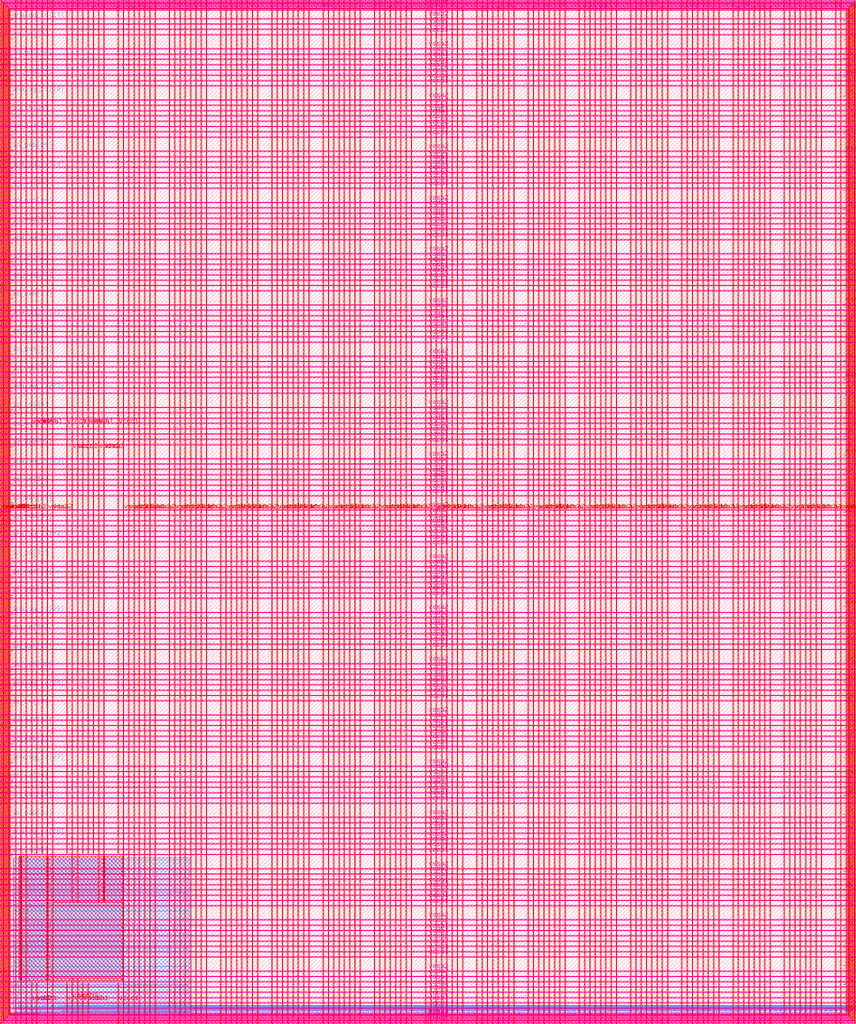
<source format=lef>
VERSION 5.7 ;
  NOWIREEXTENSIONATPIN ON ;
  DIVIDERCHAR "/" ;
  BUSBITCHARS "[]" ;
MACRO user_project_wrapper
  CLASS BLOCK ;
  FOREIGN user_project_wrapper ;
  ORIGIN 0.000 0.000 ;
  SIZE 2920.000 BY 3520.000 ;
  PIN analog_io[0]
    DIRECTION INOUT ;
    USE SIGNAL ;
    PORT
      LAYER met3 ;
        RECT 2917.600 1426.380 2924.800 1427.580 ;
    END
  END analog_io[0]
  PIN analog_io[10]
    DIRECTION INOUT ;
    USE SIGNAL ;
    PORT
      LAYER met2 ;
        RECT 2230.490 3517.600 2231.050 3524.800 ;
    END
  END analog_io[10]
  PIN analog_io[11]
    DIRECTION INOUT ;
    USE SIGNAL ;
    PORT
      LAYER met2 ;
        RECT 1905.730 3517.600 1906.290 3524.800 ;
    END
  END analog_io[11]
  PIN analog_io[12]
    DIRECTION INOUT ;
    USE SIGNAL ;
    PORT
      LAYER met2 ;
        RECT 1581.430 3517.600 1581.990 3524.800 ;
    END
  END analog_io[12]
  PIN analog_io[13]
    DIRECTION INOUT ;
    USE SIGNAL ;
    PORT
      LAYER met2 ;
        RECT 1257.130 3517.600 1257.690 3524.800 ;
    END
  END analog_io[13]
  PIN analog_io[14]
    DIRECTION INOUT ;
    USE SIGNAL ;
    PORT
      LAYER met2 ;
        RECT 932.370 3517.600 932.930 3524.800 ;
    END
  END analog_io[14]
  PIN analog_io[15]
    DIRECTION INOUT ;
    USE SIGNAL ;
    PORT
      LAYER met2 ;
        RECT 608.070 3517.600 608.630 3524.800 ;
    END
  END analog_io[15]
  PIN analog_io[16]
    DIRECTION INOUT ;
    USE SIGNAL ;
    PORT
      LAYER met2 ;
        RECT 283.770 3517.600 284.330 3524.800 ;
    END
  END analog_io[16]
  PIN analog_io[17]
    DIRECTION INOUT ;
    USE SIGNAL ;
    PORT
      LAYER met3 ;
        RECT -4.800 3486.100 2.400 3487.300 ;
    END
  END analog_io[17]
  PIN analog_io[18]
    DIRECTION INOUT ;
    USE SIGNAL ;
    PORT
      LAYER met3 ;
        RECT -4.800 3224.980 2.400 3226.180 ;
    END
  END analog_io[18]
  PIN analog_io[19]
    DIRECTION INOUT ;
    USE SIGNAL ;
    PORT
      LAYER met3 ;
        RECT -4.800 2964.540 2.400 2965.740 ;
    END
  END analog_io[19]
  PIN analog_io[1]
    DIRECTION INOUT ;
    USE SIGNAL ;
    PORT
      LAYER met3 ;
        RECT 2917.600 1692.260 2924.800 1693.460 ;
    END
  END analog_io[1]
  PIN analog_io[20]
    DIRECTION INOUT ;
    USE SIGNAL ;
    PORT
      LAYER met3 ;
        RECT -4.800 2703.420 2.400 2704.620 ;
    END
  END analog_io[20]
  PIN analog_io[21]
    DIRECTION INOUT ;
    USE SIGNAL ;
    PORT
      LAYER met3 ;
        RECT -4.800 2442.980 2.400 2444.180 ;
    END
  END analog_io[21]
  PIN analog_io[22]
    DIRECTION INOUT ;
    USE SIGNAL ;
    PORT
      LAYER met3 ;
        RECT -4.800 2182.540 2.400 2183.740 ;
    END
  END analog_io[22]
  PIN analog_io[23]
    DIRECTION INOUT ;
    USE SIGNAL ;
    PORT
      LAYER met3 ;
        RECT -4.800 1921.420 2.400 1922.620 ;
    END
  END analog_io[23]
  PIN analog_io[24]
    DIRECTION INOUT ;
    USE SIGNAL ;
    PORT
      LAYER met3 ;
        RECT -4.800 1660.980 2.400 1662.180 ;
    END
  END analog_io[24]
  PIN analog_io[25]
    DIRECTION INOUT ;
    USE SIGNAL ;
    PORT
      LAYER met3 ;
        RECT -4.800 1399.860 2.400 1401.060 ;
    END
  END analog_io[25]
  PIN analog_io[26]
    DIRECTION INOUT ;
    USE SIGNAL ;
    PORT
      LAYER met3 ;
        RECT -4.800 1139.420 2.400 1140.620 ;
    END
  END analog_io[26]
  PIN analog_io[27]
    DIRECTION INOUT ;
    USE SIGNAL ;
    PORT
      LAYER met3 ;
        RECT -4.800 878.980 2.400 880.180 ;
    END
  END analog_io[27]
  PIN analog_io[28]
    DIRECTION INOUT ;
    USE SIGNAL ;
    PORT
      LAYER met3 ;
        RECT -4.800 617.860 2.400 619.060 ;
    END
  END analog_io[28]
  PIN analog_io[2]
    DIRECTION INOUT ;
    USE SIGNAL ;
    PORT
      LAYER met3 ;
        RECT 2917.600 1958.140 2924.800 1959.340 ;
    END
  END analog_io[2]
  PIN analog_io[3]
    DIRECTION INOUT ;
    USE SIGNAL ;
    PORT
      LAYER met3 ;
        RECT 2917.600 2223.340 2924.800 2224.540 ;
    END
  END analog_io[3]
  PIN analog_io[4]
    DIRECTION INOUT ;
    USE SIGNAL ;
    PORT
      LAYER met3 ;
        RECT 2917.600 2489.220 2924.800 2490.420 ;
    END
  END analog_io[4]
  PIN analog_io[5]
    DIRECTION INOUT ;
    USE SIGNAL ;
    PORT
      LAYER met3 ;
        RECT 2917.600 2755.100 2924.800 2756.300 ;
    END
  END analog_io[5]
  PIN analog_io[6]
    DIRECTION INOUT ;
    USE SIGNAL ;
    PORT
      LAYER met3 ;
        RECT 2917.600 3020.300 2924.800 3021.500 ;
    END
  END analog_io[6]
  PIN analog_io[7]
    DIRECTION INOUT ;
    USE SIGNAL ;
    PORT
      LAYER met3 ;
        RECT 2917.600 3286.180 2924.800 3287.380 ;
    END
  END analog_io[7]
  PIN analog_io[8]
    DIRECTION INOUT ;
    USE SIGNAL ;
    PORT
      LAYER met2 ;
        RECT 2879.090 3517.600 2879.650 3524.800 ;
    END
  END analog_io[8]
  PIN analog_io[9]
    DIRECTION INOUT ;
    USE SIGNAL ;
    PORT
      LAYER met2 ;
        RECT 2554.790 3517.600 2555.350 3524.800 ;
    END
  END analog_io[9]
  PIN io_in[0]
    DIRECTION INPUT ;
    USE SIGNAL ;
    PORT
      LAYER met3 ;
        RECT 2917.600 32.380 2924.800 33.580 ;
    END
  END io_in[0]
  PIN io_in[10]
    DIRECTION INPUT ;
    USE SIGNAL ;
    PORT
      LAYER met3 ;
        RECT 2917.600 2289.980 2924.800 2291.180 ;
    END
  END io_in[10]
  PIN io_in[11]
    DIRECTION INPUT ;
    USE SIGNAL ;
    PORT
      LAYER met3 ;
        RECT 2917.600 2555.860 2924.800 2557.060 ;
    END
  END io_in[11]
  PIN io_in[12]
    DIRECTION INPUT ;
    USE SIGNAL ;
    PORT
      LAYER met3 ;
        RECT 2917.600 2821.060 2924.800 2822.260 ;
    END
  END io_in[12]
  PIN io_in[13]
    DIRECTION INPUT ;
    USE SIGNAL ;
    PORT
      LAYER met3 ;
        RECT 2917.600 3086.940 2924.800 3088.140 ;
    END
  END io_in[13]
  PIN io_in[14]
    DIRECTION INPUT ;
    USE SIGNAL ;
    PORT
      LAYER met3 ;
        RECT 2917.600 3352.820 2924.800 3354.020 ;
    END
  END io_in[14]
  PIN io_in[15]
    DIRECTION INPUT ;
    USE SIGNAL ;
    PORT
      LAYER met2 ;
        RECT 2798.130 3517.600 2798.690 3524.800 ;
    END
  END io_in[15]
  PIN io_in[16]
    DIRECTION INPUT ;
    USE SIGNAL ;
    PORT
      LAYER met2 ;
        RECT 2473.830 3517.600 2474.390 3524.800 ;
    END
  END io_in[16]
  PIN io_in[17]
    DIRECTION INPUT ;
    USE SIGNAL ;
    PORT
      LAYER met2 ;
        RECT 2149.070 3517.600 2149.630 3524.800 ;
    END
  END io_in[17]
  PIN io_in[18]
    DIRECTION INPUT ;
    USE SIGNAL ;
    PORT
      LAYER met2 ;
        RECT 1824.770 3517.600 1825.330 3524.800 ;
    END
  END io_in[18]
  PIN io_in[19]
    DIRECTION INPUT ;
    USE SIGNAL ;
    PORT
      LAYER met2 ;
        RECT 1500.470 3517.600 1501.030 3524.800 ;
    END
  END io_in[19]
  PIN io_in[1]
    DIRECTION INPUT ;
    USE SIGNAL ;
    PORT
      LAYER met3 ;
        RECT 2917.600 230.940 2924.800 232.140 ;
    END
  END io_in[1]
  PIN io_in[20]
    DIRECTION INPUT ;
    USE SIGNAL ;
    PORT
      LAYER met2 ;
        RECT 1175.710 3517.600 1176.270 3524.800 ;
    END
  END io_in[20]
  PIN io_in[21]
    DIRECTION INPUT ;
    USE SIGNAL ;
    PORT
      LAYER met2 ;
        RECT 851.410 3517.600 851.970 3524.800 ;
    END
  END io_in[21]
  PIN io_in[22]
    DIRECTION INPUT ;
    USE SIGNAL ;
    PORT
      LAYER met2 ;
        RECT 527.110 3517.600 527.670 3524.800 ;
    END
  END io_in[22]
  PIN io_in[23]
    DIRECTION INPUT ;
    USE SIGNAL ;
    PORT
      LAYER met2 ;
        RECT 202.350 3517.600 202.910 3524.800 ;
    END
  END io_in[23]
  PIN io_in[24]
    DIRECTION INPUT ;
    USE SIGNAL ;
    PORT
      LAYER met3 ;
        RECT -4.800 3420.820 2.400 3422.020 ;
    END
  END io_in[24]
  PIN io_in[25]
    DIRECTION INPUT ;
    USE SIGNAL ;
    PORT
      LAYER met3 ;
        RECT -4.800 3159.700 2.400 3160.900 ;
    END
  END io_in[25]
  PIN io_in[26]
    DIRECTION INPUT ;
    USE SIGNAL ;
    PORT
      LAYER met3 ;
        RECT -4.800 2899.260 2.400 2900.460 ;
    END
  END io_in[26]
  PIN io_in[27]
    DIRECTION INPUT ;
    USE SIGNAL ;
    PORT
      LAYER met3 ;
        RECT -4.800 2638.820 2.400 2640.020 ;
    END
  END io_in[27]
  PIN io_in[28]
    DIRECTION INPUT ;
    USE SIGNAL ;
    PORT
      LAYER met3 ;
        RECT -4.800 2377.700 2.400 2378.900 ;
    END
  END io_in[28]
  PIN io_in[29]
    DIRECTION INPUT ;
    USE SIGNAL ;
    PORT
      LAYER met3 ;
        RECT -4.800 2117.260 2.400 2118.460 ;
    END
  END io_in[29]
  PIN io_in[2]
    DIRECTION INPUT ;
    USE SIGNAL ;
    PORT
      LAYER met3 ;
        RECT 2917.600 430.180 2924.800 431.380 ;
    END
  END io_in[2]
  PIN io_in[30]
    DIRECTION INPUT ;
    USE SIGNAL ;
    PORT
      LAYER met3 ;
        RECT -4.800 1856.140 2.400 1857.340 ;
    END
  END io_in[30]
  PIN io_in[31]
    DIRECTION INPUT ;
    USE SIGNAL ;
    PORT
      LAYER met3 ;
        RECT -4.800 1595.700 2.400 1596.900 ;
    END
  END io_in[31]
  PIN io_in[32]
    DIRECTION INPUT ;
    USE SIGNAL ;
    PORT
      LAYER met3 ;
        RECT -4.800 1335.260 2.400 1336.460 ;
    END
  END io_in[32]
  PIN io_in[33]
    DIRECTION INPUT ;
    USE SIGNAL ;
    PORT
      LAYER met3 ;
        RECT -4.800 1074.140 2.400 1075.340 ;
    END
  END io_in[33]
  PIN io_in[34]
    DIRECTION INPUT ;
    USE SIGNAL ;
    PORT
      LAYER met3 ;
        RECT -4.800 813.700 2.400 814.900 ;
    END
  END io_in[34]
  PIN io_in[35]
    DIRECTION INPUT ;
    USE SIGNAL ;
    PORT
      LAYER met3 ;
        RECT -4.800 552.580 2.400 553.780 ;
    END
  END io_in[35]
  PIN io_in[36]
    DIRECTION INPUT ;
    USE SIGNAL ;
    PORT
      LAYER met3 ;
        RECT -4.800 357.420 2.400 358.620 ;
    END
  END io_in[36]
  PIN io_in[37]
    DIRECTION INPUT ;
    USE SIGNAL ;
    PORT
      LAYER met3 ;
        RECT -4.800 161.580 2.400 162.780 ;
    END
  END io_in[37]
  PIN io_in[3]
    DIRECTION INPUT ;
    USE SIGNAL ;
    PORT
      LAYER met3 ;
        RECT 2917.600 629.420 2924.800 630.620 ;
    END
  END io_in[3]
  PIN io_in[4]
    DIRECTION INPUT ;
    USE SIGNAL ;
    PORT
      LAYER met3 ;
        RECT 2917.600 828.660 2924.800 829.860 ;
    END
  END io_in[4]
  PIN io_in[5]
    DIRECTION INPUT ;
    USE SIGNAL ;
    PORT
      LAYER met3 ;
        RECT 2917.600 1027.900 2924.800 1029.100 ;
    END
  END io_in[5]
  PIN io_in[6]
    DIRECTION INPUT ;
    USE SIGNAL ;
    PORT
      LAYER met3 ;
        RECT 2917.600 1227.140 2924.800 1228.340 ;
    END
  END io_in[6]
  PIN io_in[7]
    DIRECTION INPUT ;
    USE SIGNAL ;
    PORT
      LAYER met3 ;
        RECT 2917.600 1493.020 2924.800 1494.220 ;
    END
  END io_in[7]
  PIN io_in[8]
    DIRECTION INPUT ;
    USE SIGNAL ;
    PORT
      LAYER met3 ;
        RECT 2917.600 1758.900 2924.800 1760.100 ;
    END
  END io_in[8]
  PIN io_in[9]
    DIRECTION INPUT ;
    USE SIGNAL ;
    PORT
      LAYER met3 ;
        RECT 2917.600 2024.100 2924.800 2025.300 ;
    END
  END io_in[9]
  PIN io_oeb[0]
    DIRECTION OUTPUT TRISTATE ;
    USE SIGNAL ;
    PORT
      LAYER met3 ;
        RECT 2917.600 164.980 2924.800 166.180 ;
    END
  END io_oeb[0]
  PIN io_oeb[10]
    DIRECTION OUTPUT TRISTATE ;
    USE SIGNAL ;
    PORT
      LAYER met3 ;
        RECT 2917.600 2422.580 2924.800 2423.780 ;
    END
  END io_oeb[10]
  PIN io_oeb[11]
    DIRECTION OUTPUT TRISTATE ;
    USE SIGNAL ;
    PORT
      LAYER met3 ;
        RECT 2917.600 2688.460 2924.800 2689.660 ;
    END
  END io_oeb[11]
  PIN io_oeb[12]
    DIRECTION OUTPUT TRISTATE ;
    USE SIGNAL ;
    PORT
      LAYER met3 ;
        RECT 2917.600 2954.340 2924.800 2955.540 ;
    END
  END io_oeb[12]
  PIN io_oeb[13]
    DIRECTION OUTPUT TRISTATE ;
    USE SIGNAL ;
    PORT
      LAYER met3 ;
        RECT 2917.600 3219.540 2924.800 3220.740 ;
    END
  END io_oeb[13]
  PIN io_oeb[14]
    DIRECTION OUTPUT TRISTATE ;
    USE SIGNAL ;
    PORT
      LAYER met3 ;
        RECT 2917.600 3485.420 2924.800 3486.620 ;
    END
  END io_oeb[14]
  PIN io_oeb[15]
    DIRECTION OUTPUT TRISTATE ;
    USE SIGNAL ;
    PORT
      LAYER met2 ;
        RECT 2635.750 3517.600 2636.310 3524.800 ;
    END
  END io_oeb[15]
  PIN io_oeb[16]
    DIRECTION OUTPUT TRISTATE ;
    USE SIGNAL ;
    PORT
      LAYER met2 ;
        RECT 2311.450 3517.600 2312.010 3524.800 ;
    END
  END io_oeb[16]
  PIN io_oeb[17]
    DIRECTION OUTPUT TRISTATE ;
    USE SIGNAL ;
    PORT
      LAYER met2 ;
        RECT 1987.150 3517.600 1987.710 3524.800 ;
    END
  END io_oeb[17]
  PIN io_oeb[18]
    DIRECTION OUTPUT TRISTATE ;
    USE SIGNAL ;
    PORT
      LAYER met2 ;
        RECT 1662.390 3517.600 1662.950 3524.800 ;
    END
  END io_oeb[18]
  PIN io_oeb[19]
    DIRECTION OUTPUT TRISTATE ;
    USE SIGNAL ;
    PORT
      LAYER met2 ;
        RECT 1338.090 3517.600 1338.650 3524.800 ;
    END
  END io_oeb[19]
  PIN io_oeb[1]
    DIRECTION OUTPUT TRISTATE ;
    USE SIGNAL ;
    PORT
      LAYER met3 ;
        RECT 2917.600 364.220 2924.800 365.420 ;
    END
  END io_oeb[1]
  PIN io_oeb[20]
    DIRECTION OUTPUT TRISTATE ;
    USE SIGNAL ;
    PORT
      LAYER met2 ;
        RECT 1013.790 3517.600 1014.350 3524.800 ;
    END
  END io_oeb[20]
  PIN io_oeb[21]
    DIRECTION OUTPUT TRISTATE ;
    USE SIGNAL ;
    PORT
      LAYER met2 ;
        RECT 689.030 3517.600 689.590 3524.800 ;
    END
  END io_oeb[21]
  PIN io_oeb[22]
    DIRECTION OUTPUT TRISTATE ;
    USE SIGNAL ;
    PORT
      LAYER met2 ;
        RECT 364.730 3517.600 365.290 3524.800 ;
    END
  END io_oeb[22]
  PIN io_oeb[23]
    DIRECTION OUTPUT TRISTATE ;
    USE SIGNAL ;
    PORT
      LAYER met2 ;
        RECT 40.430 3517.600 40.990 3524.800 ;
    END
  END io_oeb[23]
  PIN io_oeb[24]
    DIRECTION OUTPUT TRISTATE ;
    USE SIGNAL ;
    PORT
      LAYER met3 ;
        RECT -4.800 3290.260 2.400 3291.460 ;
    END
  END io_oeb[24]
  PIN io_oeb[25]
    DIRECTION OUTPUT TRISTATE ;
    USE SIGNAL ;
    PORT
      LAYER met3 ;
        RECT -4.800 3029.820 2.400 3031.020 ;
    END
  END io_oeb[25]
  PIN io_oeb[26]
    DIRECTION OUTPUT TRISTATE ;
    USE SIGNAL ;
    PORT
      LAYER met3 ;
        RECT -4.800 2768.700 2.400 2769.900 ;
    END
  END io_oeb[26]
  PIN io_oeb[27]
    DIRECTION OUTPUT TRISTATE ;
    USE SIGNAL ;
    PORT
      LAYER met3 ;
        RECT -4.800 2508.260 2.400 2509.460 ;
    END
  END io_oeb[27]
  PIN io_oeb[28]
    DIRECTION OUTPUT TRISTATE ;
    USE SIGNAL ;
    PORT
      LAYER met3 ;
        RECT -4.800 2247.140 2.400 2248.340 ;
    END
  END io_oeb[28]
  PIN io_oeb[29]
    DIRECTION OUTPUT TRISTATE ;
    USE SIGNAL ;
    PORT
      LAYER met3 ;
        RECT -4.800 1986.700 2.400 1987.900 ;
    END
  END io_oeb[29]
  PIN io_oeb[2]
    DIRECTION OUTPUT TRISTATE ;
    USE SIGNAL ;
    PORT
      LAYER met3 ;
        RECT 2917.600 563.460 2924.800 564.660 ;
    END
  END io_oeb[2]
  PIN io_oeb[30]
    DIRECTION OUTPUT TRISTATE ;
    USE SIGNAL ;
    PORT
      LAYER met3 ;
        RECT -4.800 1726.260 2.400 1727.460 ;
    END
  END io_oeb[30]
  PIN io_oeb[31]
    DIRECTION OUTPUT TRISTATE ;
    USE SIGNAL ;
    PORT
      LAYER met3 ;
        RECT -4.800 1465.140 2.400 1466.340 ;
    END
  END io_oeb[31]
  PIN io_oeb[32]
    DIRECTION OUTPUT TRISTATE ;
    USE SIGNAL ;
    PORT
      LAYER met3 ;
        RECT -4.800 1204.700 2.400 1205.900 ;
    END
  END io_oeb[32]
  PIN io_oeb[33]
    DIRECTION OUTPUT TRISTATE ;
    USE SIGNAL ;
    PORT
      LAYER met3 ;
        RECT -4.800 943.580 2.400 944.780 ;
    END
  END io_oeb[33]
  PIN io_oeb[34]
    DIRECTION OUTPUT TRISTATE ;
    USE SIGNAL ;
    PORT
      LAYER met3 ;
        RECT -4.800 683.140 2.400 684.340 ;
    END
  END io_oeb[34]
  PIN io_oeb[35]
    DIRECTION OUTPUT TRISTATE ;
    USE SIGNAL ;
    PORT
      LAYER met3 ;
        RECT -4.800 422.700 2.400 423.900 ;
    END
  END io_oeb[35]
  PIN io_oeb[36]
    DIRECTION OUTPUT TRISTATE ;
    USE SIGNAL ;
    PORT
      LAYER met3 ;
        RECT -4.800 226.860 2.400 228.060 ;
    END
  END io_oeb[36]
  PIN io_oeb[37]
    DIRECTION OUTPUT TRISTATE ;
    USE SIGNAL ;
    PORT
      LAYER met3 ;
        RECT -4.800 31.700 2.400 32.900 ;
    END
  END io_oeb[37]
  PIN io_oeb[3]
    DIRECTION OUTPUT TRISTATE ;
    USE SIGNAL ;
    PORT
      LAYER met3 ;
        RECT 2917.600 762.700 2924.800 763.900 ;
    END
  END io_oeb[3]
  PIN io_oeb[4]
    DIRECTION OUTPUT TRISTATE ;
    USE SIGNAL ;
    PORT
      LAYER met3 ;
        RECT 2917.600 961.940 2924.800 963.140 ;
    END
  END io_oeb[4]
  PIN io_oeb[5]
    DIRECTION OUTPUT TRISTATE ;
    USE SIGNAL ;
    PORT
      LAYER met3 ;
        RECT 2917.600 1161.180 2924.800 1162.380 ;
    END
  END io_oeb[5]
  PIN io_oeb[6]
    DIRECTION OUTPUT TRISTATE ;
    USE SIGNAL ;
    PORT
      LAYER met3 ;
        RECT 2917.600 1360.420 2924.800 1361.620 ;
    END
  END io_oeb[6]
  PIN io_oeb[7]
    DIRECTION OUTPUT TRISTATE ;
    USE SIGNAL ;
    PORT
      LAYER met3 ;
        RECT 2917.600 1625.620 2924.800 1626.820 ;
    END
  END io_oeb[7]
  PIN io_oeb[8]
    DIRECTION OUTPUT TRISTATE ;
    USE SIGNAL ;
    PORT
      LAYER met3 ;
        RECT 2917.600 1891.500 2924.800 1892.700 ;
    END
  END io_oeb[8]
  PIN io_oeb[9]
    DIRECTION OUTPUT TRISTATE ;
    USE SIGNAL ;
    PORT
      LAYER met3 ;
        RECT 2917.600 2157.380 2924.800 2158.580 ;
    END
  END io_oeb[9]
  PIN io_out[0]
    DIRECTION OUTPUT TRISTATE ;
    USE SIGNAL ;
    PORT
      LAYER met3 ;
        RECT 2917.600 98.340 2924.800 99.540 ;
    END
  END io_out[0]
  PIN io_out[10]
    DIRECTION OUTPUT TRISTATE ;
    USE SIGNAL ;
    PORT
      LAYER met3 ;
        RECT 2917.600 2356.620 2924.800 2357.820 ;
    END
  END io_out[10]
  PIN io_out[11]
    DIRECTION OUTPUT TRISTATE ;
    USE SIGNAL ;
    PORT
      LAYER met3 ;
        RECT 2917.600 2621.820 2924.800 2623.020 ;
    END
  END io_out[11]
  PIN io_out[12]
    DIRECTION OUTPUT TRISTATE ;
    USE SIGNAL ;
    PORT
      LAYER met3 ;
        RECT 2917.600 2887.700 2924.800 2888.900 ;
    END
  END io_out[12]
  PIN io_out[13]
    DIRECTION OUTPUT TRISTATE ;
    USE SIGNAL ;
    PORT
      LAYER met3 ;
        RECT 2917.600 3153.580 2924.800 3154.780 ;
    END
  END io_out[13]
  PIN io_out[14]
    DIRECTION OUTPUT TRISTATE ;
    USE SIGNAL ;
    PORT
      LAYER met3 ;
        RECT 2917.600 3418.780 2924.800 3419.980 ;
    END
  END io_out[14]
  PIN io_out[15]
    DIRECTION OUTPUT TRISTATE ;
    USE SIGNAL ;
    PORT
      LAYER met2 ;
        RECT 2717.170 3517.600 2717.730 3524.800 ;
    END
  END io_out[15]
  PIN io_out[16]
    DIRECTION OUTPUT TRISTATE ;
    USE SIGNAL ;
    PORT
      LAYER met2 ;
        RECT 2392.410 3517.600 2392.970 3524.800 ;
    END
  END io_out[16]
  PIN io_out[17]
    DIRECTION OUTPUT TRISTATE ;
    USE SIGNAL ;
    PORT
      LAYER met2 ;
        RECT 2068.110 3517.600 2068.670 3524.800 ;
    END
  END io_out[17]
  PIN io_out[18]
    DIRECTION OUTPUT TRISTATE ;
    USE SIGNAL ;
    PORT
      LAYER met2 ;
        RECT 1743.810 3517.600 1744.370 3524.800 ;
    END
  END io_out[18]
  PIN io_out[19]
    DIRECTION OUTPUT TRISTATE ;
    USE SIGNAL ;
    PORT
      LAYER met2 ;
        RECT 1419.050 3517.600 1419.610 3524.800 ;
    END
  END io_out[19]
  PIN io_out[1]
    DIRECTION OUTPUT TRISTATE ;
    USE SIGNAL ;
    PORT
      LAYER met3 ;
        RECT 2917.600 297.580 2924.800 298.780 ;
    END
  END io_out[1]
  PIN io_out[20]
    DIRECTION OUTPUT TRISTATE ;
    USE SIGNAL ;
    PORT
      LAYER met2 ;
        RECT 1094.750 3517.600 1095.310 3524.800 ;
    END
  END io_out[20]
  PIN io_out[21]
    DIRECTION OUTPUT TRISTATE ;
    USE SIGNAL ;
    PORT
      LAYER met2 ;
        RECT 770.450 3517.600 771.010 3524.800 ;
    END
  END io_out[21]
  PIN io_out[22]
    DIRECTION OUTPUT TRISTATE ;
    USE SIGNAL ;
    PORT
      LAYER met2 ;
        RECT 445.690 3517.600 446.250 3524.800 ;
    END
  END io_out[22]
  PIN io_out[23]
    DIRECTION OUTPUT TRISTATE ;
    USE SIGNAL ;
    PORT
      LAYER met2 ;
        RECT 121.390 3517.600 121.950 3524.800 ;
    END
  END io_out[23]
  PIN io_out[24]
    DIRECTION OUTPUT TRISTATE ;
    USE SIGNAL ;
    PORT
      LAYER met3 ;
        RECT -4.800 3355.540 2.400 3356.740 ;
    END
  END io_out[24]
  PIN io_out[25]
    DIRECTION OUTPUT TRISTATE ;
    USE SIGNAL ;
    PORT
      LAYER met3 ;
        RECT -4.800 3095.100 2.400 3096.300 ;
    END
  END io_out[25]
  PIN io_out[26]
    DIRECTION OUTPUT TRISTATE ;
    USE SIGNAL ;
    PORT
      LAYER met3 ;
        RECT -4.800 2833.980 2.400 2835.180 ;
    END
  END io_out[26]
  PIN io_out[27]
    DIRECTION OUTPUT TRISTATE ;
    USE SIGNAL ;
    PORT
      LAYER met3 ;
        RECT -4.800 2573.540 2.400 2574.740 ;
    END
  END io_out[27]
  PIN io_out[28]
    DIRECTION OUTPUT TRISTATE ;
    USE SIGNAL ;
    PORT
      LAYER met3 ;
        RECT -4.800 2312.420 2.400 2313.620 ;
    END
  END io_out[28]
  PIN io_out[29]
    DIRECTION OUTPUT TRISTATE ;
    USE SIGNAL ;
    PORT
      LAYER met3 ;
        RECT -4.800 2051.980 2.400 2053.180 ;
    END
  END io_out[29]
  PIN io_out[2]
    DIRECTION OUTPUT TRISTATE ;
    USE SIGNAL ;
    PORT
      LAYER met3 ;
        RECT 2917.600 496.820 2924.800 498.020 ;
    END
  END io_out[2]
  PIN io_out[30]
    DIRECTION OUTPUT TRISTATE ;
    USE SIGNAL ;
    PORT
      LAYER met3 ;
        RECT -4.800 1791.540 2.400 1792.740 ;
    END
  END io_out[30]
  PIN io_out[31]
    DIRECTION OUTPUT TRISTATE ;
    USE SIGNAL ;
    PORT
      LAYER met3 ;
        RECT -4.800 1530.420 2.400 1531.620 ;
    END
  END io_out[31]
  PIN io_out[32]
    DIRECTION OUTPUT TRISTATE ;
    USE SIGNAL ;
    PORT
      LAYER met3 ;
        RECT -4.800 1269.980 2.400 1271.180 ;
    END
  END io_out[32]
  PIN io_out[33]
    DIRECTION OUTPUT TRISTATE ;
    USE SIGNAL ;
    PORT
      LAYER met3 ;
        RECT -4.800 1008.860 2.400 1010.060 ;
    END
  END io_out[33]
  PIN io_out[34]
    DIRECTION OUTPUT TRISTATE ;
    USE SIGNAL ;
    PORT
      LAYER met3 ;
        RECT -4.800 748.420 2.400 749.620 ;
    END
  END io_out[34]
  PIN io_out[35]
    DIRECTION OUTPUT TRISTATE ;
    USE SIGNAL ;
    PORT
      LAYER met3 ;
        RECT -4.800 487.300 2.400 488.500 ;
    END
  END io_out[35]
  PIN io_out[36]
    DIRECTION OUTPUT TRISTATE ;
    USE SIGNAL ;
    PORT
      LAYER met3 ;
        RECT -4.800 292.140 2.400 293.340 ;
    END
  END io_out[36]
  PIN io_out[37]
    DIRECTION OUTPUT TRISTATE ;
    USE SIGNAL ;
    PORT
      LAYER met3 ;
        RECT -4.800 96.300 2.400 97.500 ;
    END
  END io_out[37]
  PIN io_out[3]
    DIRECTION OUTPUT TRISTATE ;
    USE SIGNAL ;
    PORT
      LAYER met3 ;
        RECT 2917.600 696.060 2924.800 697.260 ;
    END
  END io_out[3]
  PIN io_out[4]
    DIRECTION OUTPUT TRISTATE ;
    USE SIGNAL ;
    PORT
      LAYER met3 ;
        RECT 2917.600 895.300 2924.800 896.500 ;
    END
  END io_out[4]
  PIN io_out[5]
    DIRECTION OUTPUT TRISTATE ;
    USE SIGNAL ;
    PORT
      LAYER met3 ;
        RECT 2917.600 1094.540 2924.800 1095.740 ;
    END
  END io_out[5]
  PIN io_out[6]
    DIRECTION OUTPUT TRISTATE ;
    USE SIGNAL ;
    PORT
      LAYER met3 ;
        RECT 2917.600 1293.780 2924.800 1294.980 ;
    END
  END io_out[6]
  PIN io_out[7]
    DIRECTION OUTPUT TRISTATE ;
    USE SIGNAL ;
    PORT
      LAYER met3 ;
        RECT 2917.600 1559.660 2924.800 1560.860 ;
    END
  END io_out[7]
  PIN io_out[8]
    DIRECTION OUTPUT TRISTATE ;
    USE SIGNAL ;
    PORT
      LAYER met3 ;
        RECT 2917.600 1824.860 2924.800 1826.060 ;
    END
  END io_out[8]
  PIN io_out[9]
    DIRECTION OUTPUT TRISTATE ;
    USE SIGNAL ;
    PORT
      LAYER met3 ;
        RECT 2917.600 2090.740 2924.800 2091.940 ;
    END
  END io_out[9]
  PIN la_data_in[0]
    DIRECTION INPUT ;
    USE SIGNAL ;
    PORT
      LAYER met2 ;
        RECT 629.230 -4.800 629.790 2.400 ;
    END
  END la_data_in[0]
  PIN la_data_in[100]
    DIRECTION INPUT ;
    USE SIGNAL ;
    PORT
      LAYER met2 ;
        RECT 2402.530 -4.800 2403.090 2.400 ;
    END
  END la_data_in[100]
  PIN la_data_in[101]
    DIRECTION INPUT ;
    USE SIGNAL ;
    PORT
      LAYER met2 ;
        RECT 2420.010 -4.800 2420.570 2.400 ;
    END
  END la_data_in[101]
  PIN la_data_in[102]
    DIRECTION INPUT ;
    USE SIGNAL ;
    PORT
      LAYER met2 ;
        RECT 2437.950 -4.800 2438.510 2.400 ;
    END
  END la_data_in[102]
  PIN la_data_in[103]
    DIRECTION INPUT ;
    USE SIGNAL ;
    PORT
      LAYER met2 ;
        RECT 2455.430 -4.800 2455.990 2.400 ;
    END
  END la_data_in[103]
  PIN la_data_in[104]
    DIRECTION INPUT ;
    USE SIGNAL ;
    PORT
      LAYER met2 ;
        RECT 2473.370 -4.800 2473.930 2.400 ;
    END
  END la_data_in[104]
  PIN la_data_in[105]
    DIRECTION INPUT ;
    USE SIGNAL ;
    PORT
      LAYER met2 ;
        RECT 2490.850 -4.800 2491.410 2.400 ;
    END
  END la_data_in[105]
  PIN la_data_in[106]
    DIRECTION INPUT ;
    USE SIGNAL ;
    PORT
      LAYER met2 ;
        RECT 2508.790 -4.800 2509.350 2.400 ;
    END
  END la_data_in[106]
  PIN la_data_in[107]
    DIRECTION INPUT ;
    USE SIGNAL ;
    PORT
      LAYER met2 ;
        RECT 2526.730 -4.800 2527.290 2.400 ;
    END
  END la_data_in[107]
  PIN la_data_in[108]
    DIRECTION INPUT ;
    USE SIGNAL ;
    PORT
      LAYER met2 ;
        RECT 2544.210 -4.800 2544.770 2.400 ;
    END
  END la_data_in[108]
  PIN la_data_in[109]
    DIRECTION INPUT ;
    USE SIGNAL ;
    PORT
      LAYER met2 ;
        RECT 2562.150 -4.800 2562.710 2.400 ;
    END
  END la_data_in[109]
  PIN la_data_in[10]
    DIRECTION INPUT ;
    USE SIGNAL ;
    PORT
      LAYER met2 ;
        RECT 806.330 -4.800 806.890 2.400 ;
    END
  END la_data_in[10]
  PIN la_data_in[110]
    DIRECTION INPUT ;
    USE SIGNAL ;
    PORT
      LAYER met2 ;
        RECT 2579.630 -4.800 2580.190 2.400 ;
    END
  END la_data_in[110]
  PIN la_data_in[111]
    DIRECTION INPUT ;
    USE SIGNAL ;
    PORT
      LAYER met2 ;
        RECT 2597.570 -4.800 2598.130 2.400 ;
    END
  END la_data_in[111]
  PIN la_data_in[112]
    DIRECTION INPUT ;
    USE SIGNAL ;
    PORT
      LAYER met2 ;
        RECT 2615.050 -4.800 2615.610 2.400 ;
    END
  END la_data_in[112]
  PIN la_data_in[113]
    DIRECTION INPUT ;
    USE SIGNAL ;
    PORT
      LAYER met2 ;
        RECT 2632.990 -4.800 2633.550 2.400 ;
    END
  END la_data_in[113]
  PIN la_data_in[114]
    DIRECTION INPUT ;
    USE SIGNAL ;
    PORT
      LAYER met2 ;
        RECT 2650.470 -4.800 2651.030 2.400 ;
    END
  END la_data_in[114]
  PIN la_data_in[115]
    DIRECTION INPUT ;
    USE SIGNAL ;
    PORT
      LAYER met2 ;
        RECT 2668.410 -4.800 2668.970 2.400 ;
    END
  END la_data_in[115]
  PIN la_data_in[116]
    DIRECTION INPUT ;
    USE SIGNAL ;
    PORT
      LAYER met2 ;
        RECT 2685.890 -4.800 2686.450 2.400 ;
    END
  END la_data_in[116]
  PIN la_data_in[117]
    DIRECTION INPUT ;
    USE SIGNAL ;
    PORT
      LAYER met2 ;
        RECT 2703.830 -4.800 2704.390 2.400 ;
    END
  END la_data_in[117]
  PIN la_data_in[118]
    DIRECTION INPUT ;
    USE SIGNAL ;
    PORT
      LAYER met2 ;
        RECT 2721.770 -4.800 2722.330 2.400 ;
    END
  END la_data_in[118]
  PIN la_data_in[119]
    DIRECTION INPUT ;
    USE SIGNAL ;
    PORT
      LAYER met2 ;
        RECT 2739.250 -4.800 2739.810 2.400 ;
    END
  END la_data_in[119]
  PIN la_data_in[11]
    DIRECTION INPUT ;
    USE SIGNAL ;
    PORT
      LAYER met2 ;
        RECT 824.270 -4.800 824.830 2.400 ;
    END
  END la_data_in[11]
  PIN la_data_in[120]
    DIRECTION INPUT ;
    USE SIGNAL ;
    PORT
      LAYER met2 ;
        RECT 2757.190 -4.800 2757.750 2.400 ;
    END
  END la_data_in[120]
  PIN la_data_in[121]
    DIRECTION INPUT ;
    USE SIGNAL ;
    PORT
      LAYER met2 ;
        RECT 2774.670 -4.800 2775.230 2.400 ;
    END
  END la_data_in[121]
  PIN la_data_in[122]
    DIRECTION INPUT ;
    USE SIGNAL ;
    PORT
      LAYER met2 ;
        RECT 2792.610 -4.800 2793.170 2.400 ;
    END
  END la_data_in[122]
  PIN la_data_in[123]
    DIRECTION INPUT ;
    USE SIGNAL ;
    PORT
      LAYER met2 ;
        RECT 2810.090 -4.800 2810.650 2.400 ;
    END
  END la_data_in[123]
  PIN la_data_in[124]
    DIRECTION INPUT ;
    USE SIGNAL ;
    PORT
      LAYER met2 ;
        RECT 2828.030 -4.800 2828.590 2.400 ;
    END
  END la_data_in[124]
  PIN la_data_in[125]
    DIRECTION INPUT ;
    USE SIGNAL ;
    PORT
      LAYER met2 ;
        RECT 2845.510 -4.800 2846.070 2.400 ;
    END
  END la_data_in[125]
  PIN la_data_in[126]
    DIRECTION INPUT ;
    USE SIGNAL ;
    PORT
      LAYER met2 ;
        RECT 2863.450 -4.800 2864.010 2.400 ;
    END
  END la_data_in[126]
  PIN la_data_in[127]
    DIRECTION INPUT ;
    USE SIGNAL ;
    PORT
      LAYER met2 ;
        RECT 2881.390 -4.800 2881.950 2.400 ;
    END
  END la_data_in[127]
  PIN la_data_in[12]
    DIRECTION INPUT ;
    USE SIGNAL ;
    PORT
      LAYER met2 ;
        RECT 841.750 -4.800 842.310 2.400 ;
    END
  END la_data_in[12]
  PIN la_data_in[13]
    DIRECTION INPUT ;
    USE SIGNAL ;
    PORT
      LAYER met2 ;
        RECT 859.690 -4.800 860.250 2.400 ;
    END
  END la_data_in[13]
  PIN la_data_in[14]
    DIRECTION INPUT ;
    USE SIGNAL ;
    PORT
      LAYER met2 ;
        RECT 877.170 -4.800 877.730 2.400 ;
    END
  END la_data_in[14]
  PIN la_data_in[15]
    DIRECTION INPUT ;
    USE SIGNAL ;
    PORT
      LAYER met2 ;
        RECT 895.110 -4.800 895.670 2.400 ;
    END
  END la_data_in[15]
  PIN la_data_in[16]
    DIRECTION INPUT ;
    USE SIGNAL ;
    PORT
      LAYER met2 ;
        RECT 912.590 -4.800 913.150 2.400 ;
    END
  END la_data_in[16]
  PIN la_data_in[17]
    DIRECTION INPUT ;
    USE SIGNAL ;
    PORT
      LAYER met2 ;
        RECT 930.530 -4.800 931.090 2.400 ;
    END
  END la_data_in[17]
  PIN la_data_in[18]
    DIRECTION INPUT ;
    USE SIGNAL ;
    PORT
      LAYER met2 ;
        RECT 948.470 -4.800 949.030 2.400 ;
    END
  END la_data_in[18]
  PIN la_data_in[19]
    DIRECTION INPUT ;
    USE SIGNAL ;
    PORT
      LAYER met2 ;
        RECT 965.950 -4.800 966.510 2.400 ;
    END
  END la_data_in[19]
  PIN la_data_in[1]
    DIRECTION INPUT ;
    USE SIGNAL ;
    PORT
      LAYER met2 ;
        RECT 646.710 -4.800 647.270 2.400 ;
    END
  END la_data_in[1]
  PIN la_data_in[20]
    DIRECTION INPUT ;
    USE SIGNAL ;
    PORT
      LAYER met2 ;
        RECT 983.890 -4.800 984.450 2.400 ;
    END
  END la_data_in[20]
  PIN la_data_in[21]
    DIRECTION INPUT ;
    USE SIGNAL ;
    PORT
      LAYER met2 ;
        RECT 1001.370 -4.800 1001.930 2.400 ;
    END
  END la_data_in[21]
  PIN la_data_in[22]
    DIRECTION INPUT ;
    USE SIGNAL ;
    PORT
      LAYER met2 ;
        RECT 1019.310 -4.800 1019.870 2.400 ;
    END
  END la_data_in[22]
  PIN la_data_in[23]
    DIRECTION INPUT ;
    USE SIGNAL ;
    PORT
      LAYER met2 ;
        RECT 1036.790 -4.800 1037.350 2.400 ;
    END
  END la_data_in[23]
  PIN la_data_in[24]
    DIRECTION INPUT ;
    USE SIGNAL ;
    PORT
      LAYER met2 ;
        RECT 1054.730 -4.800 1055.290 2.400 ;
    END
  END la_data_in[24]
  PIN la_data_in[25]
    DIRECTION INPUT ;
    USE SIGNAL ;
    PORT
      LAYER met2 ;
        RECT 1072.210 -4.800 1072.770 2.400 ;
    END
  END la_data_in[25]
  PIN la_data_in[26]
    DIRECTION INPUT ;
    USE SIGNAL ;
    PORT
      LAYER met2 ;
        RECT 1090.150 -4.800 1090.710 2.400 ;
    END
  END la_data_in[26]
  PIN la_data_in[27]
    DIRECTION INPUT ;
    USE SIGNAL ;
    PORT
      LAYER met2 ;
        RECT 1107.630 -4.800 1108.190 2.400 ;
    END
  END la_data_in[27]
  PIN la_data_in[28]
    DIRECTION INPUT ;
    USE SIGNAL ;
    PORT
      LAYER met2 ;
        RECT 1125.570 -4.800 1126.130 2.400 ;
    END
  END la_data_in[28]
  PIN la_data_in[29]
    DIRECTION INPUT ;
    USE SIGNAL ;
    PORT
      LAYER met2 ;
        RECT 1143.510 -4.800 1144.070 2.400 ;
    END
  END la_data_in[29]
  PIN la_data_in[2]
    DIRECTION INPUT ;
    USE SIGNAL ;
    PORT
      LAYER met2 ;
        RECT 664.650 -4.800 665.210 2.400 ;
    END
  END la_data_in[2]
  PIN la_data_in[30]
    DIRECTION INPUT ;
    USE SIGNAL ;
    PORT
      LAYER met2 ;
        RECT 1160.990 -4.800 1161.550 2.400 ;
    END
  END la_data_in[30]
  PIN la_data_in[31]
    DIRECTION INPUT ;
    USE SIGNAL ;
    PORT
      LAYER met2 ;
        RECT 1178.930 -4.800 1179.490 2.400 ;
    END
  END la_data_in[31]
  PIN la_data_in[32]
    DIRECTION INPUT ;
    USE SIGNAL ;
    PORT
      LAYER met2 ;
        RECT 1196.410 -4.800 1196.970 2.400 ;
    END
  END la_data_in[32]
  PIN la_data_in[33]
    DIRECTION INPUT ;
    USE SIGNAL ;
    PORT
      LAYER met2 ;
        RECT 1214.350 -4.800 1214.910 2.400 ;
    END
  END la_data_in[33]
  PIN la_data_in[34]
    DIRECTION INPUT ;
    USE SIGNAL ;
    PORT
      LAYER met2 ;
        RECT 1231.830 -4.800 1232.390 2.400 ;
    END
  END la_data_in[34]
  PIN la_data_in[35]
    DIRECTION INPUT ;
    USE SIGNAL ;
    PORT
      LAYER met2 ;
        RECT 1249.770 -4.800 1250.330 2.400 ;
    END
  END la_data_in[35]
  PIN la_data_in[36]
    DIRECTION INPUT ;
    USE SIGNAL ;
    PORT
      LAYER met2 ;
        RECT 1267.250 -4.800 1267.810 2.400 ;
    END
  END la_data_in[36]
  PIN la_data_in[37]
    DIRECTION INPUT ;
    USE SIGNAL ;
    PORT
      LAYER met2 ;
        RECT 1285.190 -4.800 1285.750 2.400 ;
    END
  END la_data_in[37]
  PIN la_data_in[38]
    DIRECTION INPUT ;
    USE SIGNAL ;
    PORT
      LAYER met2 ;
        RECT 1303.130 -4.800 1303.690 2.400 ;
    END
  END la_data_in[38]
  PIN la_data_in[39]
    DIRECTION INPUT ;
    USE SIGNAL ;
    PORT
      LAYER met2 ;
        RECT 1320.610 -4.800 1321.170 2.400 ;
    END
  END la_data_in[39]
  PIN la_data_in[3]
    DIRECTION INPUT ;
    USE SIGNAL ;
    PORT
      LAYER met2 ;
        RECT 682.130 -4.800 682.690 2.400 ;
    END
  END la_data_in[3]
  PIN la_data_in[40]
    DIRECTION INPUT ;
    USE SIGNAL ;
    PORT
      LAYER met2 ;
        RECT 1338.550 -4.800 1339.110 2.400 ;
    END
  END la_data_in[40]
  PIN la_data_in[41]
    DIRECTION INPUT ;
    USE SIGNAL ;
    PORT
      LAYER met2 ;
        RECT 1356.030 -4.800 1356.590 2.400 ;
    END
  END la_data_in[41]
  PIN la_data_in[42]
    DIRECTION INPUT ;
    USE SIGNAL ;
    PORT
      LAYER met2 ;
        RECT 1373.970 -4.800 1374.530 2.400 ;
    END
  END la_data_in[42]
  PIN la_data_in[43]
    DIRECTION INPUT ;
    USE SIGNAL ;
    PORT
      LAYER met2 ;
        RECT 1391.450 -4.800 1392.010 2.400 ;
    END
  END la_data_in[43]
  PIN la_data_in[44]
    DIRECTION INPUT ;
    USE SIGNAL ;
    PORT
      LAYER met2 ;
        RECT 1409.390 -4.800 1409.950 2.400 ;
    END
  END la_data_in[44]
  PIN la_data_in[45]
    DIRECTION INPUT ;
    USE SIGNAL ;
    PORT
      LAYER met2 ;
        RECT 1426.870 -4.800 1427.430 2.400 ;
    END
  END la_data_in[45]
  PIN la_data_in[46]
    DIRECTION INPUT ;
    USE SIGNAL ;
    PORT
      LAYER met2 ;
        RECT 1444.810 -4.800 1445.370 2.400 ;
    END
  END la_data_in[46]
  PIN la_data_in[47]
    DIRECTION INPUT ;
    USE SIGNAL ;
    PORT
      LAYER met2 ;
        RECT 1462.750 -4.800 1463.310 2.400 ;
    END
  END la_data_in[47]
  PIN la_data_in[48]
    DIRECTION INPUT ;
    USE SIGNAL ;
    PORT
      LAYER met2 ;
        RECT 1480.230 -4.800 1480.790 2.400 ;
    END
  END la_data_in[48]
  PIN la_data_in[49]
    DIRECTION INPUT ;
    USE SIGNAL ;
    PORT
      LAYER met2 ;
        RECT 1498.170 -4.800 1498.730 2.400 ;
    END
  END la_data_in[49]
  PIN la_data_in[4]
    DIRECTION INPUT ;
    USE SIGNAL ;
    PORT
      LAYER met2 ;
        RECT 700.070 -4.800 700.630 2.400 ;
    END
  END la_data_in[4]
  PIN la_data_in[50]
    DIRECTION INPUT ;
    USE SIGNAL ;
    PORT
      LAYER met2 ;
        RECT 1515.650 -4.800 1516.210 2.400 ;
    END
  END la_data_in[50]
  PIN la_data_in[51]
    DIRECTION INPUT ;
    USE SIGNAL ;
    PORT
      LAYER met2 ;
        RECT 1533.590 -4.800 1534.150 2.400 ;
    END
  END la_data_in[51]
  PIN la_data_in[52]
    DIRECTION INPUT ;
    USE SIGNAL ;
    PORT
      LAYER met2 ;
        RECT 1551.070 -4.800 1551.630 2.400 ;
    END
  END la_data_in[52]
  PIN la_data_in[53]
    DIRECTION INPUT ;
    USE SIGNAL ;
    PORT
      LAYER met2 ;
        RECT 1569.010 -4.800 1569.570 2.400 ;
    END
  END la_data_in[53]
  PIN la_data_in[54]
    DIRECTION INPUT ;
    USE SIGNAL ;
    PORT
      LAYER met2 ;
        RECT 1586.490 -4.800 1587.050 2.400 ;
    END
  END la_data_in[54]
  PIN la_data_in[55]
    DIRECTION INPUT ;
    USE SIGNAL ;
    PORT
      LAYER met2 ;
        RECT 1604.430 -4.800 1604.990 2.400 ;
    END
  END la_data_in[55]
  PIN la_data_in[56]
    DIRECTION INPUT ;
    USE SIGNAL ;
    PORT
      LAYER met2 ;
        RECT 1621.910 -4.800 1622.470 2.400 ;
    END
  END la_data_in[56]
  PIN la_data_in[57]
    DIRECTION INPUT ;
    USE SIGNAL ;
    PORT
      LAYER met2 ;
        RECT 1639.850 -4.800 1640.410 2.400 ;
    END
  END la_data_in[57]
  PIN la_data_in[58]
    DIRECTION INPUT ;
    USE SIGNAL ;
    PORT
      LAYER met2 ;
        RECT 1657.790 -4.800 1658.350 2.400 ;
    END
  END la_data_in[58]
  PIN la_data_in[59]
    DIRECTION INPUT ;
    USE SIGNAL ;
    PORT
      LAYER met2 ;
        RECT 1675.270 -4.800 1675.830 2.400 ;
    END
  END la_data_in[59]
  PIN la_data_in[5]
    DIRECTION INPUT ;
    USE SIGNAL ;
    PORT
      LAYER met2 ;
        RECT 717.550 -4.800 718.110 2.400 ;
    END
  END la_data_in[5]
  PIN la_data_in[60]
    DIRECTION INPUT ;
    USE SIGNAL ;
    PORT
      LAYER met2 ;
        RECT 1693.210 -4.800 1693.770 2.400 ;
    END
  END la_data_in[60]
  PIN la_data_in[61]
    DIRECTION INPUT ;
    USE SIGNAL ;
    PORT
      LAYER met2 ;
        RECT 1710.690 -4.800 1711.250 2.400 ;
    END
  END la_data_in[61]
  PIN la_data_in[62]
    DIRECTION INPUT ;
    USE SIGNAL ;
    PORT
      LAYER met2 ;
        RECT 1728.630 -4.800 1729.190 2.400 ;
    END
  END la_data_in[62]
  PIN la_data_in[63]
    DIRECTION INPUT ;
    USE SIGNAL ;
    PORT
      LAYER met2 ;
        RECT 1746.110 -4.800 1746.670 2.400 ;
    END
  END la_data_in[63]
  PIN la_data_in[64]
    DIRECTION INPUT ;
    USE SIGNAL ;
    PORT
      LAYER met2 ;
        RECT 1764.050 -4.800 1764.610 2.400 ;
    END
  END la_data_in[64]
  PIN la_data_in[65]
    DIRECTION INPUT ;
    USE SIGNAL ;
    PORT
      LAYER met2 ;
        RECT 1781.530 -4.800 1782.090 2.400 ;
    END
  END la_data_in[65]
  PIN la_data_in[66]
    DIRECTION INPUT ;
    USE SIGNAL ;
    PORT
      LAYER met2 ;
        RECT 1799.470 -4.800 1800.030 2.400 ;
    END
  END la_data_in[66]
  PIN la_data_in[67]
    DIRECTION INPUT ;
    USE SIGNAL ;
    PORT
      LAYER met2 ;
        RECT 1817.410 -4.800 1817.970 2.400 ;
    END
  END la_data_in[67]
  PIN la_data_in[68]
    DIRECTION INPUT ;
    USE SIGNAL ;
    PORT
      LAYER met2 ;
        RECT 1834.890 -4.800 1835.450 2.400 ;
    END
  END la_data_in[68]
  PIN la_data_in[69]
    DIRECTION INPUT ;
    USE SIGNAL ;
    PORT
      LAYER met2 ;
        RECT 1852.830 -4.800 1853.390 2.400 ;
    END
  END la_data_in[69]
  PIN la_data_in[6]
    DIRECTION INPUT ;
    USE SIGNAL ;
    PORT
      LAYER met2 ;
        RECT 735.490 -4.800 736.050 2.400 ;
    END
  END la_data_in[6]
  PIN la_data_in[70]
    DIRECTION INPUT ;
    USE SIGNAL ;
    PORT
      LAYER met2 ;
        RECT 1870.310 -4.800 1870.870 2.400 ;
    END
  END la_data_in[70]
  PIN la_data_in[71]
    DIRECTION INPUT ;
    USE SIGNAL ;
    PORT
      LAYER met2 ;
        RECT 1888.250 -4.800 1888.810 2.400 ;
    END
  END la_data_in[71]
  PIN la_data_in[72]
    DIRECTION INPUT ;
    USE SIGNAL ;
    PORT
      LAYER met2 ;
        RECT 1905.730 -4.800 1906.290 2.400 ;
    END
  END la_data_in[72]
  PIN la_data_in[73]
    DIRECTION INPUT ;
    USE SIGNAL ;
    PORT
      LAYER met2 ;
        RECT 1923.670 -4.800 1924.230 2.400 ;
    END
  END la_data_in[73]
  PIN la_data_in[74]
    DIRECTION INPUT ;
    USE SIGNAL ;
    PORT
      LAYER met2 ;
        RECT 1941.150 -4.800 1941.710 2.400 ;
    END
  END la_data_in[74]
  PIN la_data_in[75]
    DIRECTION INPUT ;
    USE SIGNAL ;
    PORT
      LAYER met2 ;
        RECT 1959.090 -4.800 1959.650 2.400 ;
    END
  END la_data_in[75]
  PIN la_data_in[76]
    DIRECTION INPUT ;
    USE SIGNAL ;
    PORT
      LAYER met2 ;
        RECT 1976.570 -4.800 1977.130 2.400 ;
    END
  END la_data_in[76]
  PIN la_data_in[77]
    DIRECTION INPUT ;
    USE SIGNAL ;
    PORT
      LAYER met2 ;
        RECT 1994.510 -4.800 1995.070 2.400 ;
    END
  END la_data_in[77]
  PIN la_data_in[78]
    DIRECTION INPUT ;
    USE SIGNAL ;
    PORT
      LAYER met2 ;
        RECT 2012.450 -4.800 2013.010 2.400 ;
    END
  END la_data_in[78]
  PIN la_data_in[79]
    DIRECTION INPUT ;
    USE SIGNAL ;
    PORT
      LAYER met2 ;
        RECT 2029.930 -4.800 2030.490 2.400 ;
    END
  END la_data_in[79]
  PIN la_data_in[7]
    DIRECTION INPUT ;
    USE SIGNAL ;
    PORT
      LAYER met2 ;
        RECT 752.970 -4.800 753.530 2.400 ;
    END
  END la_data_in[7]
  PIN la_data_in[80]
    DIRECTION INPUT ;
    USE SIGNAL ;
    PORT
      LAYER met2 ;
        RECT 2047.870 -4.800 2048.430 2.400 ;
    END
  END la_data_in[80]
  PIN la_data_in[81]
    DIRECTION INPUT ;
    USE SIGNAL ;
    PORT
      LAYER met2 ;
        RECT 2065.350 -4.800 2065.910 2.400 ;
    END
  END la_data_in[81]
  PIN la_data_in[82]
    DIRECTION INPUT ;
    USE SIGNAL ;
    PORT
      LAYER met2 ;
        RECT 2083.290 -4.800 2083.850 2.400 ;
    END
  END la_data_in[82]
  PIN la_data_in[83]
    DIRECTION INPUT ;
    USE SIGNAL ;
    PORT
      LAYER met2 ;
        RECT 2100.770 -4.800 2101.330 2.400 ;
    END
  END la_data_in[83]
  PIN la_data_in[84]
    DIRECTION INPUT ;
    USE SIGNAL ;
    PORT
      LAYER met2 ;
        RECT 2118.710 -4.800 2119.270 2.400 ;
    END
  END la_data_in[84]
  PIN la_data_in[85]
    DIRECTION INPUT ;
    USE SIGNAL ;
    PORT
      LAYER met2 ;
        RECT 2136.190 -4.800 2136.750 2.400 ;
    END
  END la_data_in[85]
  PIN la_data_in[86]
    DIRECTION INPUT ;
    USE SIGNAL ;
    PORT
      LAYER met2 ;
        RECT 2154.130 -4.800 2154.690 2.400 ;
    END
  END la_data_in[86]
  PIN la_data_in[87]
    DIRECTION INPUT ;
    USE SIGNAL ;
    PORT
      LAYER met2 ;
        RECT 2172.070 -4.800 2172.630 2.400 ;
    END
  END la_data_in[87]
  PIN la_data_in[88]
    DIRECTION INPUT ;
    USE SIGNAL ;
    PORT
      LAYER met2 ;
        RECT 2189.550 -4.800 2190.110 2.400 ;
    END
  END la_data_in[88]
  PIN la_data_in[89]
    DIRECTION INPUT ;
    USE SIGNAL ;
    PORT
      LAYER met2 ;
        RECT 2207.490 -4.800 2208.050 2.400 ;
    END
  END la_data_in[89]
  PIN la_data_in[8]
    DIRECTION INPUT ;
    USE SIGNAL ;
    PORT
      LAYER met2 ;
        RECT 770.910 -4.800 771.470 2.400 ;
    END
  END la_data_in[8]
  PIN la_data_in[90]
    DIRECTION INPUT ;
    USE SIGNAL ;
    PORT
      LAYER met2 ;
        RECT 2224.970 -4.800 2225.530 2.400 ;
    END
  END la_data_in[90]
  PIN la_data_in[91]
    DIRECTION INPUT ;
    USE SIGNAL ;
    PORT
      LAYER met2 ;
        RECT 2242.910 -4.800 2243.470 2.400 ;
    END
  END la_data_in[91]
  PIN la_data_in[92]
    DIRECTION INPUT ;
    USE SIGNAL ;
    PORT
      LAYER met2 ;
        RECT 2260.390 -4.800 2260.950 2.400 ;
    END
  END la_data_in[92]
  PIN la_data_in[93]
    DIRECTION INPUT ;
    USE SIGNAL ;
    PORT
      LAYER met2 ;
        RECT 2278.330 -4.800 2278.890 2.400 ;
    END
  END la_data_in[93]
  PIN la_data_in[94]
    DIRECTION INPUT ;
    USE SIGNAL ;
    PORT
      LAYER met2 ;
        RECT 2295.810 -4.800 2296.370 2.400 ;
    END
  END la_data_in[94]
  PIN la_data_in[95]
    DIRECTION INPUT ;
    USE SIGNAL ;
    PORT
      LAYER met2 ;
        RECT 2313.750 -4.800 2314.310 2.400 ;
    END
  END la_data_in[95]
  PIN la_data_in[96]
    DIRECTION INPUT ;
    USE SIGNAL ;
    PORT
      LAYER met2 ;
        RECT 2331.230 -4.800 2331.790 2.400 ;
    END
  END la_data_in[96]
  PIN la_data_in[97]
    DIRECTION INPUT ;
    USE SIGNAL ;
    PORT
      LAYER met2 ;
        RECT 2349.170 -4.800 2349.730 2.400 ;
    END
  END la_data_in[97]
  PIN la_data_in[98]
    DIRECTION INPUT ;
    USE SIGNAL ;
    PORT
      LAYER met2 ;
        RECT 2367.110 -4.800 2367.670 2.400 ;
    END
  END la_data_in[98]
  PIN la_data_in[99]
    DIRECTION INPUT ;
    USE SIGNAL ;
    PORT
      LAYER met2 ;
        RECT 2384.590 -4.800 2385.150 2.400 ;
    END
  END la_data_in[99]
  PIN la_data_in[9]
    DIRECTION INPUT ;
    USE SIGNAL ;
    PORT
      LAYER met2 ;
        RECT 788.850 -4.800 789.410 2.400 ;
    END
  END la_data_in[9]
  PIN la_data_out[0]
    DIRECTION OUTPUT TRISTATE ;
    USE SIGNAL ;
    PORT
      LAYER met2 ;
        RECT 634.750 -4.800 635.310 2.400 ;
    END
  END la_data_out[0]
  PIN la_data_out[100]
    DIRECTION OUTPUT TRISTATE ;
    USE SIGNAL ;
    PORT
      LAYER met2 ;
        RECT 2408.510 -4.800 2409.070 2.400 ;
    END
  END la_data_out[100]
  PIN la_data_out[101]
    DIRECTION OUTPUT TRISTATE ;
    USE SIGNAL ;
    PORT
      LAYER met2 ;
        RECT 2425.990 -4.800 2426.550 2.400 ;
    END
  END la_data_out[101]
  PIN la_data_out[102]
    DIRECTION OUTPUT TRISTATE ;
    USE SIGNAL ;
    PORT
      LAYER met2 ;
        RECT 2443.930 -4.800 2444.490 2.400 ;
    END
  END la_data_out[102]
  PIN la_data_out[103]
    DIRECTION OUTPUT TRISTATE ;
    USE SIGNAL ;
    PORT
      LAYER met2 ;
        RECT 2461.410 -4.800 2461.970 2.400 ;
    END
  END la_data_out[103]
  PIN la_data_out[104]
    DIRECTION OUTPUT TRISTATE ;
    USE SIGNAL ;
    PORT
      LAYER met2 ;
        RECT 2479.350 -4.800 2479.910 2.400 ;
    END
  END la_data_out[104]
  PIN la_data_out[105]
    DIRECTION OUTPUT TRISTATE ;
    USE SIGNAL ;
    PORT
      LAYER met2 ;
        RECT 2496.830 -4.800 2497.390 2.400 ;
    END
  END la_data_out[105]
  PIN la_data_out[106]
    DIRECTION OUTPUT TRISTATE ;
    USE SIGNAL ;
    PORT
      LAYER met2 ;
        RECT 2514.770 -4.800 2515.330 2.400 ;
    END
  END la_data_out[106]
  PIN la_data_out[107]
    DIRECTION OUTPUT TRISTATE ;
    USE SIGNAL ;
    PORT
      LAYER met2 ;
        RECT 2532.250 -4.800 2532.810 2.400 ;
    END
  END la_data_out[107]
  PIN la_data_out[108]
    DIRECTION OUTPUT TRISTATE ;
    USE SIGNAL ;
    PORT
      LAYER met2 ;
        RECT 2550.190 -4.800 2550.750 2.400 ;
    END
  END la_data_out[108]
  PIN la_data_out[109]
    DIRECTION OUTPUT TRISTATE ;
    USE SIGNAL ;
    PORT
      LAYER met2 ;
        RECT 2567.670 -4.800 2568.230 2.400 ;
    END
  END la_data_out[109]
  PIN la_data_out[10]
    DIRECTION OUTPUT TRISTATE ;
    USE SIGNAL ;
    PORT
      LAYER met2 ;
        RECT 812.310 -4.800 812.870 2.400 ;
    END
  END la_data_out[10]
  PIN la_data_out[110]
    DIRECTION OUTPUT TRISTATE ;
    USE SIGNAL ;
    PORT
      LAYER met2 ;
        RECT 2585.610 -4.800 2586.170 2.400 ;
    END
  END la_data_out[110]
  PIN la_data_out[111]
    DIRECTION OUTPUT TRISTATE ;
    USE SIGNAL ;
    PORT
      LAYER met2 ;
        RECT 2603.550 -4.800 2604.110 2.400 ;
    END
  END la_data_out[111]
  PIN la_data_out[112]
    DIRECTION OUTPUT TRISTATE ;
    USE SIGNAL ;
    PORT
      LAYER met2 ;
        RECT 2621.030 -4.800 2621.590 2.400 ;
    END
  END la_data_out[112]
  PIN la_data_out[113]
    DIRECTION OUTPUT TRISTATE ;
    USE SIGNAL ;
    PORT
      LAYER met2 ;
        RECT 2638.970 -4.800 2639.530 2.400 ;
    END
  END la_data_out[113]
  PIN la_data_out[114]
    DIRECTION OUTPUT TRISTATE ;
    USE SIGNAL ;
    PORT
      LAYER met2 ;
        RECT 2656.450 -4.800 2657.010 2.400 ;
    END
  END la_data_out[114]
  PIN la_data_out[115]
    DIRECTION OUTPUT TRISTATE ;
    USE SIGNAL ;
    PORT
      LAYER met2 ;
        RECT 2674.390 -4.800 2674.950 2.400 ;
    END
  END la_data_out[115]
  PIN la_data_out[116]
    DIRECTION OUTPUT TRISTATE ;
    USE SIGNAL ;
    PORT
      LAYER met2 ;
        RECT 2691.870 -4.800 2692.430 2.400 ;
    END
  END la_data_out[116]
  PIN la_data_out[117]
    DIRECTION OUTPUT TRISTATE ;
    USE SIGNAL ;
    PORT
      LAYER met2 ;
        RECT 2709.810 -4.800 2710.370 2.400 ;
    END
  END la_data_out[117]
  PIN la_data_out[118]
    DIRECTION OUTPUT TRISTATE ;
    USE SIGNAL ;
    PORT
      LAYER met2 ;
        RECT 2727.290 -4.800 2727.850 2.400 ;
    END
  END la_data_out[118]
  PIN la_data_out[119]
    DIRECTION OUTPUT TRISTATE ;
    USE SIGNAL ;
    PORT
      LAYER met2 ;
        RECT 2745.230 -4.800 2745.790 2.400 ;
    END
  END la_data_out[119]
  PIN la_data_out[11]
    DIRECTION OUTPUT TRISTATE ;
    USE SIGNAL ;
    PORT
      LAYER met2 ;
        RECT 830.250 -4.800 830.810 2.400 ;
    END
  END la_data_out[11]
  PIN la_data_out[120]
    DIRECTION OUTPUT TRISTATE ;
    USE SIGNAL ;
    PORT
      LAYER met2 ;
        RECT 2763.170 -4.800 2763.730 2.400 ;
    END
  END la_data_out[120]
  PIN la_data_out[121]
    DIRECTION OUTPUT TRISTATE ;
    USE SIGNAL ;
    PORT
      LAYER met2 ;
        RECT 2780.650 -4.800 2781.210 2.400 ;
    END
  END la_data_out[121]
  PIN la_data_out[122]
    DIRECTION OUTPUT TRISTATE ;
    USE SIGNAL ;
    PORT
      LAYER met2 ;
        RECT 2798.590 -4.800 2799.150 2.400 ;
    END
  END la_data_out[122]
  PIN la_data_out[123]
    DIRECTION OUTPUT TRISTATE ;
    USE SIGNAL ;
    PORT
      LAYER met2 ;
        RECT 2816.070 -4.800 2816.630 2.400 ;
    END
  END la_data_out[123]
  PIN la_data_out[124]
    DIRECTION OUTPUT TRISTATE ;
    USE SIGNAL ;
    PORT
      LAYER met2 ;
        RECT 2834.010 -4.800 2834.570 2.400 ;
    END
  END la_data_out[124]
  PIN la_data_out[125]
    DIRECTION OUTPUT TRISTATE ;
    USE SIGNAL ;
    PORT
      LAYER met2 ;
        RECT 2851.490 -4.800 2852.050 2.400 ;
    END
  END la_data_out[125]
  PIN la_data_out[126]
    DIRECTION OUTPUT TRISTATE ;
    USE SIGNAL ;
    PORT
      LAYER met2 ;
        RECT 2869.430 -4.800 2869.990 2.400 ;
    END
  END la_data_out[126]
  PIN la_data_out[127]
    DIRECTION OUTPUT TRISTATE ;
    USE SIGNAL ;
    PORT
      LAYER met2 ;
        RECT 2886.910 -4.800 2887.470 2.400 ;
    END
  END la_data_out[127]
  PIN la_data_out[12]
    DIRECTION OUTPUT TRISTATE ;
    USE SIGNAL ;
    PORT
      LAYER met2 ;
        RECT 847.730 -4.800 848.290 2.400 ;
    END
  END la_data_out[12]
  PIN la_data_out[13]
    DIRECTION OUTPUT TRISTATE ;
    USE SIGNAL ;
    PORT
      LAYER met2 ;
        RECT 865.670 -4.800 866.230 2.400 ;
    END
  END la_data_out[13]
  PIN la_data_out[14]
    DIRECTION OUTPUT TRISTATE ;
    USE SIGNAL ;
    PORT
      LAYER met2 ;
        RECT 883.150 -4.800 883.710 2.400 ;
    END
  END la_data_out[14]
  PIN la_data_out[15]
    DIRECTION OUTPUT TRISTATE ;
    USE SIGNAL ;
    PORT
      LAYER met2 ;
        RECT 901.090 -4.800 901.650 2.400 ;
    END
  END la_data_out[15]
  PIN la_data_out[16]
    DIRECTION OUTPUT TRISTATE ;
    USE SIGNAL ;
    PORT
      LAYER met2 ;
        RECT 918.570 -4.800 919.130 2.400 ;
    END
  END la_data_out[16]
  PIN la_data_out[17]
    DIRECTION OUTPUT TRISTATE ;
    USE SIGNAL ;
    PORT
      LAYER met2 ;
        RECT 936.510 -4.800 937.070 2.400 ;
    END
  END la_data_out[17]
  PIN la_data_out[18]
    DIRECTION OUTPUT TRISTATE ;
    USE SIGNAL ;
    PORT
      LAYER met2 ;
        RECT 953.990 -4.800 954.550 2.400 ;
    END
  END la_data_out[18]
  PIN la_data_out[19]
    DIRECTION OUTPUT TRISTATE ;
    USE SIGNAL ;
    PORT
      LAYER met2 ;
        RECT 971.930 -4.800 972.490 2.400 ;
    END
  END la_data_out[19]
  PIN la_data_out[1]
    DIRECTION OUTPUT TRISTATE ;
    USE SIGNAL ;
    PORT
      LAYER met2 ;
        RECT 652.690 -4.800 653.250 2.400 ;
    END
  END la_data_out[1]
  PIN la_data_out[20]
    DIRECTION OUTPUT TRISTATE ;
    USE SIGNAL ;
    PORT
      LAYER met2 ;
        RECT 989.410 -4.800 989.970 2.400 ;
    END
  END la_data_out[20]
  PIN la_data_out[21]
    DIRECTION OUTPUT TRISTATE ;
    USE SIGNAL ;
    PORT
      LAYER met2 ;
        RECT 1007.350 -4.800 1007.910 2.400 ;
    END
  END la_data_out[21]
  PIN la_data_out[22]
    DIRECTION OUTPUT TRISTATE ;
    USE SIGNAL ;
    PORT
      LAYER met2 ;
        RECT 1025.290 -4.800 1025.850 2.400 ;
    END
  END la_data_out[22]
  PIN la_data_out[23]
    DIRECTION OUTPUT TRISTATE ;
    USE SIGNAL ;
    PORT
      LAYER met2 ;
        RECT 1042.770 -4.800 1043.330 2.400 ;
    END
  END la_data_out[23]
  PIN la_data_out[24]
    DIRECTION OUTPUT TRISTATE ;
    USE SIGNAL ;
    PORT
      LAYER met2 ;
        RECT 1060.710 -4.800 1061.270 2.400 ;
    END
  END la_data_out[24]
  PIN la_data_out[25]
    DIRECTION OUTPUT TRISTATE ;
    USE SIGNAL ;
    PORT
      LAYER met2 ;
        RECT 1078.190 -4.800 1078.750 2.400 ;
    END
  END la_data_out[25]
  PIN la_data_out[26]
    DIRECTION OUTPUT TRISTATE ;
    USE SIGNAL ;
    PORT
      LAYER met2 ;
        RECT 1096.130 -4.800 1096.690 2.400 ;
    END
  END la_data_out[26]
  PIN la_data_out[27]
    DIRECTION OUTPUT TRISTATE ;
    USE SIGNAL ;
    PORT
      LAYER met2 ;
        RECT 1113.610 -4.800 1114.170 2.400 ;
    END
  END la_data_out[27]
  PIN la_data_out[28]
    DIRECTION OUTPUT TRISTATE ;
    USE SIGNAL ;
    PORT
      LAYER met2 ;
        RECT 1131.550 -4.800 1132.110 2.400 ;
    END
  END la_data_out[28]
  PIN la_data_out[29]
    DIRECTION OUTPUT TRISTATE ;
    USE SIGNAL ;
    PORT
      LAYER met2 ;
        RECT 1149.030 -4.800 1149.590 2.400 ;
    END
  END la_data_out[29]
  PIN la_data_out[2]
    DIRECTION OUTPUT TRISTATE ;
    USE SIGNAL ;
    PORT
      LAYER met2 ;
        RECT 670.630 -4.800 671.190 2.400 ;
    END
  END la_data_out[2]
  PIN la_data_out[30]
    DIRECTION OUTPUT TRISTATE ;
    USE SIGNAL ;
    PORT
      LAYER met2 ;
        RECT 1166.970 -4.800 1167.530 2.400 ;
    END
  END la_data_out[30]
  PIN la_data_out[31]
    DIRECTION OUTPUT TRISTATE ;
    USE SIGNAL ;
    PORT
      LAYER met2 ;
        RECT 1184.910 -4.800 1185.470 2.400 ;
    END
  END la_data_out[31]
  PIN la_data_out[32]
    DIRECTION OUTPUT TRISTATE ;
    USE SIGNAL ;
    PORT
      LAYER met2 ;
        RECT 1202.390 -4.800 1202.950 2.400 ;
    END
  END la_data_out[32]
  PIN la_data_out[33]
    DIRECTION OUTPUT TRISTATE ;
    USE SIGNAL ;
    PORT
      LAYER met2 ;
        RECT 1220.330 -4.800 1220.890 2.400 ;
    END
  END la_data_out[33]
  PIN la_data_out[34]
    DIRECTION OUTPUT TRISTATE ;
    USE SIGNAL ;
    PORT
      LAYER met2 ;
        RECT 1237.810 -4.800 1238.370 2.400 ;
    END
  END la_data_out[34]
  PIN la_data_out[35]
    DIRECTION OUTPUT TRISTATE ;
    USE SIGNAL ;
    PORT
      LAYER met2 ;
        RECT 1255.750 -4.800 1256.310 2.400 ;
    END
  END la_data_out[35]
  PIN la_data_out[36]
    DIRECTION OUTPUT TRISTATE ;
    USE SIGNAL ;
    PORT
      LAYER met2 ;
        RECT 1273.230 -4.800 1273.790 2.400 ;
    END
  END la_data_out[36]
  PIN la_data_out[37]
    DIRECTION OUTPUT TRISTATE ;
    USE SIGNAL ;
    PORT
      LAYER met2 ;
        RECT 1291.170 -4.800 1291.730 2.400 ;
    END
  END la_data_out[37]
  PIN la_data_out[38]
    DIRECTION OUTPUT TRISTATE ;
    USE SIGNAL ;
    PORT
      LAYER met2 ;
        RECT 1308.650 -4.800 1309.210 2.400 ;
    END
  END la_data_out[38]
  PIN la_data_out[39]
    DIRECTION OUTPUT TRISTATE ;
    USE SIGNAL ;
    PORT
      LAYER met2 ;
        RECT 1326.590 -4.800 1327.150 2.400 ;
    END
  END la_data_out[39]
  PIN la_data_out[3]
    DIRECTION OUTPUT TRISTATE ;
    USE SIGNAL ;
    PORT
      LAYER met2 ;
        RECT 688.110 -4.800 688.670 2.400 ;
    END
  END la_data_out[3]
  PIN la_data_out[40]
    DIRECTION OUTPUT TRISTATE ;
    USE SIGNAL ;
    PORT
      LAYER met2 ;
        RECT 1344.070 -4.800 1344.630 2.400 ;
    END
  END la_data_out[40]
  PIN la_data_out[41]
    DIRECTION OUTPUT TRISTATE ;
    USE SIGNAL ;
    PORT
      LAYER met2 ;
        RECT 1362.010 -4.800 1362.570 2.400 ;
    END
  END la_data_out[41]
  PIN la_data_out[42]
    DIRECTION OUTPUT TRISTATE ;
    USE SIGNAL ;
    PORT
      LAYER met2 ;
        RECT 1379.950 -4.800 1380.510 2.400 ;
    END
  END la_data_out[42]
  PIN la_data_out[43]
    DIRECTION OUTPUT TRISTATE ;
    USE SIGNAL ;
    PORT
      LAYER met2 ;
        RECT 1397.430 -4.800 1397.990 2.400 ;
    END
  END la_data_out[43]
  PIN la_data_out[44]
    DIRECTION OUTPUT TRISTATE ;
    USE SIGNAL ;
    PORT
      LAYER met2 ;
        RECT 1415.370 -4.800 1415.930 2.400 ;
    END
  END la_data_out[44]
  PIN la_data_out[45]
    DIRECTION OUTPUT TRISTATE ;
    USE SIGNAL ;
    PORT
      LAYER met2 ;
        RECT 1432.850 -4.800 1433.410 2.400 ;
    END
  END la_data_out[45]
  PIN la_data_out[46]
    DIRECTION OUTPUT TRISTATE ;
    USE SIGNAL ;
    PORT
      LAYER met2 ;
        RECT 1450.790 -4.800 1451.350 2.400 ;
    END
  END la_data_out[46]
  PIN la_data_out[47]
    DIRECTION OUTPUT TRISTATE ;
    USE SIGNAL ;
    PORT
      LAYER met2 ;
        RECT 1468.270 -4.800 1468.830 2.400 ;
    END
  END la_data_out[47]
  PIN la_data_out[48]
    DIRECTION OUTPUT TRISTATE ;
    USE SIGNAL ;
    PORT
      LAYER met2 ;
        RECT 1486.210 -4.800 1486.770 2.400 ;
    END
  END la_data_out[48]
  PIN la_data_out[49]
    DIRECTION OUTPUT TRISTATE ;
    USE SIGNAL ;
    PORT
      LAYER met2 ;
        RECT 1503.690 -4.800 1504.250 2.400 ;
    END
  END la_data_out[49]
  PIN la_data_out[4]
    DIRECTION OUTPUT TRISTATE ;
    USE SIGNAL ;
    PORT
      LAYER met2 ;
        RECT 706.050 -4.800 706.610 2.400 ;
    END
  END la_data_out[4]
  PIN la_data_out[50]
    DIRECTION OUTPUT TRISTATE ;
    USE SIGNAL ;
    PORT
      LAYER met2 ;
        RECT 1521.630 -4.800 1522.190 2.400 ;
    END
  END la_data_out[50]
  PIN la_data_out[51]
    DIRECTION OUTPUT TRISTATE ;
    USE SIGNAL ;
    PORT
      LAYER met2 ;
        RECT 1539.570 -4.800 1540.130 2.400 ;
    END
  END la_data_out[51]
  PIN la_data_out[52]
    DIRECTION OUTPUT TRISTATE ;
    USE SIGNAL ;
    PORT
      LAYER met2 ;
        RECT 1557.050 -4.800 1557.610 2.400 ;
    END
  END la_data_out[52]
  PIN la_data_out[53]
    DIRECTION OUTPUT TRISTATE ;
    USE SIGNAL ;
    PORT
      LAYER met2 ;
        RECT 1574.990 -4.800 1575.550 2.400 ;
    END
  END la_data_out[53]
  PIN la_data_out[54]
    DIRECTION OUTPUT TRISTATE ;
    USE SIGNAL ;
    PORT
      LAYER met2 ;
        RECT 1592.470 -4.800 1593.030 2.400 ;
    END
  END la_data_out[54]
  PIN la_data_out[55]
    DIRECTION OUTPUT TRISTATE ;
    USE SIGNAL ;
    PORT
      LAYER met2 ;
        RECT 1610.410 -4.800 1610.970 2.400 ;
    END
  END la_data_out[55]
  PIN la_data_out[56]
    DIRECTION OUTPUT TRISTATE ;
    USE SIGNAL ;
    PORT
      LAYER met2 ;
        RECT 1627.890 -4.800 1628.450 2.400 ;
    END
  END la_data_out[56]
  PIN la_data_out[57]
    DIRECTION OUTPUT TRISTATE ;
    USE SIGNAL ;
    PORT
      LAYER met2 ;
        RECT 1645.830 -4.800 1646.390 2.400 ;
    END
  END la_data_out[57]
  PIN la_data_out[58]
    DIRECTION OUTPUT TRISTATE ;
    USE SIGNAL ;
    PORT
      LAYER met2 ;
        RECT 1663.310 -4.800 1663.870 2.400 ;
    END
  END la_data_out[58]
  PIN la_data_out[59]
    DIRECTION OUTPUT TRISTATE ;
    USE SIGNAL ;
    PORT
      LAYER met2 ;
        RECT 1681.250 -4.800 1681.810 2.400 ;
    END
  END la_data_out[59]
  PIN la_data_out[5]
    DIRECTION OUTPUT TRISTATE ;
    USE SIGNAL ;
    PORT
      LAYER met2 ;
        RECT 723.530 -4.800 724.090 2.400 ;
    END
  END la_data_out[5]
  PIN la_data_out[60]
    DIRECTION OUTPUT TRISTATE ;
    USE SIGNAL ;
    PORT
      LAYER met2 ;
        RECT 1699.190 -4.800 1699.750 2.400 ;
    END
  END la_data_out[60]
  PIN la_data_out[61]
    DIRECTION OUTPUT TRISTATE ;
    USE SIGNAL ;
    PORT
      LAYER met2 ;
        RECT 1716.670 -4.800 1717.230 2.400 ;
    END
  END la_data_out[61]
  PIN la_data_out[62]
    DIRECTION OUTPUT TRISTATE ;
    USE SIGNAL ;
    PORT
      LAYER met2 ;
        RECT 1734.610 -4.800 1735.170 2.400 ;
    END
  END la_data_out[62]
  PIN la_data_out[63]
    DIRECTION OUTPUT TRISTATE ;
    USE SIGNAL ;
    PORT
      LAYER met2 ;
        RECT 1752.090 -4.800 1752.650 2.400 ;
    END
  END la_data_out[63]
  PIN la_data_out[64]
    DIRECTION OUTPUT TRISTATE ;
    USE SIGNAL ;
    PORT
      LAYER met2 ;
        RECT 1770.030 -4.800 1770.590 2.400 ;
    END
  END la_data_out[64]
  PIN la_data_out[65]
    DIRECTION OUTPUT TRISTATE ;
    USE SIGNAL ;
    PORT
      LAYER met2 ;
        RECT 1787.510 -4.800 1788.070 2.400 ;
    END
  END la_data_out[65]
  PIN la_data_out[66]
    DIRECTION OUTPUT TRISTATE ;
    USE SIGNAL ;
    PORT
      LAYER met2 ;
        RECT 1805.450 -4.800 1806.010 2.400 ;
    END
  END la_data_out[66]
  PIN la_data_out[67]
    DIRECTION OUTPUT TRISTATE ;
    USE SIGNAL ;
    PORT
      LAYER met2 ;
        RECT 1822.930 -4.800 1823.490 2.400 ;
    END
  END la_data_out[67]
  PIN la_data_out[68]
    DIRECTION OUTPUT TRISTATE ;
    USE SIGNAL ;
    PORT
      LAYER met2 ;
        RECT 1840.870 -4.800 1841.430 2.400 ;
    END
  END la_data_out[68]
  PIN la_data_out[69]
    DIRECTION OUTPUT TRISTATE ;
    USE SIGNAL ;
    PORT
      LAYER met2 ;
        RECT 1858.350 -4.800 1858.910 2.400 ;
    END
  END la_data_out[69]
  PIN la_data_out[6]
    DIRECTION OUTPUT TRISTATE ;
    USE SIGNAL ;
    PORT
      LAYER met2 ;
        RECT 741.470 -4.800 742.030 2.400 ;
    END
  END la_data_out[6]
  PIN la_data_out[70]
    DIRECTION OUTPUT TRISTATE ;
    USE SIGNAL ;
    PORT
      LAYER met2 ;
        RECT 1876.290 -4.800 1876.850 2.400 ;
    END
  END la_data_out[70]
  PIN la_data_out[71]
    DIRECTION OUTPUT TRISTATE ;
    USE SIGNAL ;
    PORT
      LAYER met2 ;
        RECT 1894.230 -4.800 1894.790 2.400 ;
    END
  END la_data_out[71]
  PIN la_data_out[72]
    DIRECTION OUTPUT TRISTATE ;
    USE SIGNAL ;
    PORT
      LAYER met2 ;
        RECT 1911.710 -4.800 1912.270 2.400 ;
    END
  END la_data_out[72]
  PIN la_data_out[73]
    DIRECTION OUTPUT TRISTATE ;
    USE SIGNAL ;
    PORT
      LAYER met2 ;
        RECT 1929.650 -4.800 1930.210 2.400 ;
    END
  END la_data_out[73]
  PIN la_data_out[74]
    DIRECTION OUTPUT TRISTATE ;
    USE SIGNAL ;
    PORT
      LAYER met2 ;
        RECT 1947.130 -4.800 1947.690 2.400 ;
    END
  END la_data_out[74]
  PIN la_data_out[75]
    DIRECTION OUTPUT TRISTATE ;
    USE SIGNAL ;
    PORT
      LAYER met2 ;
        RECT 1965.070 -4.800 1965.630 2.400 ;
    END
  END la_data_out[75]
  PIN la_data_out[76]
    DIRECTION OUTPUT TRISTATE ;
    USE SIGNAL ;
    PORT
      LAYER met2 ;
        RECT 1982.550 -4.800 1983.110 2.400 ;
    END
  END la_data_out[76]
  PIN la_data_out[77]
    DIRECTION OUTPUT TRISTATE ;
    USE SIGNAL ;
    PORT
      LAYER met2 ;
        RECT 2000.490 -4.800 2001.050 2.400 ;
    END
  END la_data_out[77]
  PIN la_data_out[78]
    DIRECTION OUTPUT TRISTATE ;
    USE SIGNAL ;
    PORT
      LAYER met2 ;
        RECT 2017.970 -4.800 2018.530 2.400 ;
    END
  END la_data_out[78]
  PIN la_data_out[79]
    DIRECTION OUTPUT TRISTATE ;
    USE SIGNAL ;
    PORT
      LAYER met2 ;
        RECT 2035.910 -4.800 2036.470 2.400 ;
    END
  END la_data_out[79]
  PIN la_data_out[7]
    DIRECTION OUTPUT TRISTATE ;
    USE SIGNAL ;
    PORT
      LAYER met2 ;
        RECT 758.950 -4.800 759.510 2.400 ;
    END
  END la_data_out[7]
  PIN la_data_out[80]
    DIRECTION OUTPUT TRISTATE ;
    USE SIGNAL ;
    PORT
      LAYER met2 ;
        RECT 2053.850 -4.800 2054.410 2.400 ;
    END
  END la_data_out[80]
  PIN la_data_out[81]
    DIRECTION OUTPUT TRISTATE ;
    USE SIGNAL ;
    PORT
      LAYER met2 ;
        RECT 2071.330 -4.800 2071.890 2.400 ;
    END
  END la_data_out[81]
  PIN la_data_out[82]
    DIRECTION OUTPUT TRISTATE ;
    USE SIGNAL ;
    PORT
      LAYER met2 ;
        RECT 2089.270 -4.800 2089.830 2.400 ;
    END
  END la_data_out[82]
  PIN la_data_out[83]
    DIRECTION OUTPUT TRISTATE ;
    USE SIGNAL ;
    PORT
      LAYER met2 ;
        RECT 2106.750 -4.800 2107.310 2.400 ;
    END
  END la_data_out[83]
  PIN la_data_out[84]
    DIRECTION OUTPUT TRISTATE ;
    USE SIGNAL ;
    PORT
      LAYER met2 ;
        RECT 2124.690 -4.800 2125.250 2.400 ;
    END
  END la_data_out[84]
  PIN la_data_out[85]
    DIRECTION OUTPUT TRISTATE ;
    USE SIGNAL ;
    PORT
      LAYER met2 ;
        RECT 2142.170 -4.800 2142.730 2.400 ;
    END
  END la_data_out[85]
  PIN la_data_out[86]
    DIRECTION OUTPUT TRISTATE ;
    USE SIGNAL ;
    PORT
      LAYER met2 ;
        RECT 2160.110 -4.800 2160.670 2.400 ;
    END
  END la_data_out[86]
  PIN la_data_out[87]
    DIRECTION OUTPUT TRISTATE ;
    USE SIGNAL ;
    PORT
      LAYER met2 ;
        RECT 2177.590 -4.800 2178.150 2.400 ;
    END
  END la_data_out[87]
  PIN la_data_out[88]
    DIRECTION OUTPUT TRISTATE ;
    USE SIGNAL ;
    PORT
      LAYER met2 ;
        RECT 2195.530 -4.800 2196.090 2.400 ;
    END
  END la_data_out[88]
  PIN la_data_out[89]
    DIRECTION OUTPUT TRISTATE ;
    USE SIGNAL ;
    PORT
      LAYER met2 ;
        RECT 2213.010 -4.800 2213.570 2.400 ;
    END
  END la_data_out[89]
  PIN la_data_out[8]
    DIRECTION OUTPUT TRISTATE ;
    USE SIGNAL ;
    PORT
      LAYER met2 ;
        RECT 776.890 -4.800 777.450 2.400 ;
    END
  END la_data_out[8]
  PIN la_data_out[90]
    DIRECTION OUTPUT TRISTATE ;
    USE SIGNAL ;
    PORT
      LAYER met2 ;
        RECT 2230.950 -4.800 2231.510 2.400 ;
    END
  END la_data_out[90]
  PIN la_data_out[91]
    DIRECTION OUTPUT TRISTATE ;
    USE SIGNAL ;
    PORT
      LAYER met2 ;
        RECT 2248.890 -4.800 2249.450 2.400 ;
    END
  END la_data_out[91]
  PIN la_data_out[92]
    DIRECTION OUTPUT TRISTATE ;
    USE SIGNAL ;
    PORT
      LAYER met2 ;
        RECT 2266.370 -4.800 2266.930 2.400 ;
    END
  END la_data_out[92]
  PIN la_data_out[93]
    DIRECTION OUTPUT TRISTATE ;
    USE SIGNAL ;
    PORT
      LAYER met2 ;
        RECT 2284.310 -4.800 2284.870 2.400 ;
    END
  END la_data_out[93]
  PIN la_data_out[94]
    DIRECTION OUTPUT TRISTATE ;
    USE SIGNAL ;
    PORT
      LAYER met2 ;
        RECT 2301.790 -4.800 2302.350 2.400 ;
    END
  END la_data_out[94]
  PIN la_data_out[95]
    DIRECTION OUTPUT TRISTATE ;
    USE SIGNAL ;
    PORT
      LAYER met2 ;
        RECT 2319.730 -4.800 2320.290 2.400 ;
    END
  END la_data_out[95]
  PIN la_data_out[96]
    DIRECTION OUTPUT TRISTATE ;
    USE SIGNAL ;
    PORT
      LAYER met2 ;
        RECT 2337.210 -4.800 2337.770 2.400 ;
    END
  END la_data_out[96]
  PIN la_data_out[97]
    DIRECTION OUTPUT TRISTATE ;
    USE SIGNAL ;
    PORT
      LAYER met2 ;
        RECT 2355.150 -4.800 2355.710 2.400 ;
    END
  END la_data_out[97]
  PIN la_data_out[98]
    DIRECTION OUTPUT TRISTATE ;
    USE SIGNAL ;
    PORT
      LAYER met2 ;
        RECT 2372.630 -4.800 2373.190 2.400 ;
    END
  END la_data_out[98]
  PIN la_data_out[99]
    DIRECTION OUTPUT TRISTATE ;
    USE SIGNAL ;
    PORT
      LAYER met2 ;
        RECT 2390.570 -4.800 2391.130 2.400 ;
    END
  END la_data_out[99]
  PIN la_data_out[9]
    DIRECTION OUTPUT TRISTATE ;
    USE SIGNAL ;
    PORT
      LAYER met2 ;
        RECT 794.370 -4.800 794.930 2.400 ;
    END
  END la_data_out[9]
  PIN la_oenb[0]
    DIRECTION INPUT ;
    USE SIGNAL ;
    PORT
      LAYER met2 ;
        RECT 640.730 -4.800 641.290 2.400 ;
    END
  END la_oenb[0]
  PIN la_oenb[100]
    DIRECTION INPUT ;
    USE SIGNAL ;
    PORT
      LAYER met2 ;
        RECT 2414.030 -4.800 2414.590 2.400 ;
    END
  END la_oenb[100]
  PIN la_oenb[101]
    DIRECTION INPUT ;
    USE SIGNAL ;
    PORT
      LAYER met2 ;
        RECT 2431.970 -4.800 2432.530 2.400 ;
    END
  END la_oenb[101]
  PIN la_oenb[102]
    DIRECTION INPUT ;
    USE SIGNAL ;
    PORT
      LAYER met2 ;
        RECT 2449.450 -4.800 2450.010 2.400 ;
    END
  END la_oenb[102]
  PIN la_oenb[103]
    DIRECTION INPUT ;
    USE SIGNAL ;
    PORT
      LAYER met2 ;
        RECT 2467.390 -4.800 2467.950 2.400 ;
    END
  END la_oenb[103]
  PIN la_oenb[104]
    DIRECTION INPUT ;
    USE SIGNAL ;
    PORT
      LAYER met2 ;
        RECT 2485.330 -4.800 2485.890 2.400 ;
    END
  END la_oenb[104]
  PIN la_oenb[105]
    DIRECTION INPUT ;
    USE SIGNAL ;
    PORT
      LAYER met2 ;
        RECT 2502.810 -4.800 2503.370 2.400 ;
    END
  END la_oenb[105]
  PIN la_oenb[106]
    DIRECTION INPUT ;
    USE SIGNAL ;
    PORT
      LAYER met2 ;
        RECT 2520.750 -4.800 2521.310 2.400 ;
    END
  END la_oenb[106]
  PIN la_oenb[107]
    DIRECTION INPUT ;
    USE SIGNAL ;
    PORT
      LAYER met2 ;
        RECT 2538.230 -4.800 2538.790 2.400 ;
    END
  END la_oenb[107]
  PIN la_oenb[108]
    DIRECTION INPUT ;
    USE SIGNAL ;
    PORT
      LAYER met2 ;
        RECT 2556.170 -4.800 2556.730 2.400 ;
    END
  END la_oenb[108]
  PIN la_oenb[109]
    DIRECTION INPUT ;
    USE SIGNAL ;
    PORT
      LAYER met2 ;
        RECT 2573.650 -4.800 2574.210 2.400 ;
    END
  END la_oenb[109]
  PIN la_oenb[10]
    DIRECTION INPUT ;
    USE SIGNAL ;
    PORT
      LAYER met2 ;
        RECT 818.290 -4.800 818.850 2.400 ;
    END
  END la_oenb[10]
  PIN la_oenb[110]
    DIRECTION INPUT ;
    USE SIGNAL ;
    PORT
      LAYER met2 ;
        RECT 2591.590 -4.800 2592.150 2.400 ;
    END
  END la_oenb[110]
  PIN la_oenb[111]
    DIRECTION INPUT ;
    USE SIGNAL ;
    PORT
      LAYER met2 ;
        RECT 2609.070 -4.800 2609.630 2.400 ;
    END
  END la_oenb[111]
  PIN la_oenb[112]
    DIRECTION INPUT ;
    USE SIGNAL ;
    PORT
      LAYER met2 ;
        RECT 2627.010 -4.800 2627.570 2.400 ;
    END
  END la_oenb[112]
  PIN la_oenb[113]
    DIRECTION INPUT ;
    USE SIGNAL ;
    PORT
      LAYER met2 ;
        RECT 2644.950 -4.800 2645.510 2.400 ;
    END
  END la_oenb[113]
  PIN la_oenb[114]
    DIRECTION INPUT ;
    USE SIGNAL ;
    PORT
      LAYER met2 ;
        RECT 2662.430 -4.800 2662.990 2.400 ;
    END
  END la_oenb[114]
  PIN la_oenb[115]
    DIRECTION INPUT ;
    USE SIGNAL ;
    PORT
      LAYER met2 ;
        RECT 2680.370 -4.800 2680.930 2.400 ;
    END
  END la_oenb[115]
  PIN la_oenb[116]
    DIRECTION INPUT ;
    USE SIGNAL ;
    PORT
      LAYER met2 ;
        RECT 2697.850 -4.800 2698.410 2.400 ;
    END
  END la_oenb[116]
  PIN la_oenb[117]
    DIRECTION INPUT ;
    USE SIGNAL ;
    PORT
      LAYER met2 ;
        RECT 2715.790 -4.800 2716.350 2.400 ;
    END
  END la_oenb[117]
  PIN la_oenb[118]
    DIRECTION INPUT ;
    USE SIGNAL ;
    PORT
      LAYER met2 ;
        RECT 2733.270 -4.800 2733.830 2.400 ;
    END
  END la_oenb[118]
  PIN la_oenb[119]
    DIRECTION INPUT ;
    USE SIGNAL ;
    PORT
      LAYER met2 ;
        RECT 2751.210 -4.800 2751.770 2.400 ;
    END
  END la_oenb[119]
  PIN la_oenb[11]
    DIRECTION INPUT ;
    USE SIGNAL ;
    PORT
      LAYER met2 ;
        RECT 835.770 -4.800 836.330 2.400 ;
    END
  END la_oenb[11]
  PIN la_oenb[120]
    DIRECTION INPUT ;
    USE SIGNAL ;
    PORT
      LAYER met2 ;
        RECT 2768.690 -4.800 2769.250 2.400 ;
    END
  END la_oenb[120]
  PIN la_oenb[121]
    DIRECTION INPUT ;
    USE SIGNAL ;
    PORT
      LAYER met2 ;
        RECT 2786.630 -4.800 2787.190 2.400 ;
    END
  END la_oenb[121]
  PIN la_oenb[122]
    DIRECTION INPUT ;
    USE SIGNAL ;
    PORT
      LAYER met2 ;
        RECT 2804.110 -4.800 2804.670 2.400 ;
    END
  END la_oenb[122]
  PIN la_oenb[123]
    DIRECTION INPUT ;
    USE SIGNAL ;
    PORT
      LAYER met2 ;
        RECT 2822.050 -4.800 2822.610 2.400 ;
    END
  END la_oenb[123]
  PIN la_oenb[124]
    DIRECTION INPUT ;
    USE SIGNAL ;
    PORT
      LAYER met2 ;
        RECT 2839.990 -4.800 2840.550 2.400 ;
    END
  END la_oenb[124]
  PIN la_oenb[125]
    DIRECTION INPUT ;
    USE SIGNAL ;
    PORT
      LAYER met2 ;
        RECT 2857.470 -4.800 2858.030 2.400 ;
    END
  END la_oenb[125]
  PIN la_oenb[126]
    DIRECTION INPUT ;
    USE SIGNAL ;
    PORT
      LAYER met2 ;
        RECT 2875.410 -4.800 2875.970 2.400 ;
    END
  END la_oenb[126]
  PIN la_oenb[127]
    DIRECTION INPUT ;
    USE SIGNAL ;
    PORT
      LAYER met2 ;
        RECT 2892.890 -4.800 2893.450 2.400 ;
    END
  END la_oenb[127]
  PIN la_oenb[12]
    DIRECTION INPUT ;
    USE SIGNAL ;
    PORT
      LAYER met2 ;
        RECT 853.710 -4.800 854.270 2.400 ;
    END
  END la_oenb[12]
  PIN la_oenb[13]
    DIRECTION INPUT ;
    USE SIGNAL ;
    PORT
      LAYER met2 ;
        RECT 871.190 -4.800 871.750 2.400 ;
    END
  END la_oenb[13]
  PIN la_oenb[14]
    DIRECTION INPUT ;
    USE SIGNAL ;
    PORT
      LAYER met2 ;
        RECT 889.130 -4.800 889.690 2.400 ;
    END
  END la_oenb[14]
  PIN la_oenb[15]
    DIRECTION INPUT ;
    USE SIGNAL ;
    PORT
      LAYER met2 ;
        RECT 907.070 -4.800 907.630 2.400 ;
    END
  END la_oenb[15]
  PIN la_oenb[16]
    DIRECTION INPUT ;
    USE SIGNAL ;
    PORT
      LAYER met2 ;
        RECT 924.550 -4.800 925.110 2.400 ;
    END
  END la_oenb[16]
  PIN la_oenb[17]
    DIRECTION INPUT ;
    USE SIGNAL ;
    PORT
      LAYER met2 ;
        RECT 942.490 -4.800 943.050 2.400 ;
    END
  END la_oenb[17]
  PIN la_oenb[18]
    DIRECTION INPUT ;
    USE SIGNAL ;
    PORT
      LAYER met2 ;
        RECT 959.970 -4.800 960.530 2.400 ;
    END
  END la_oenb[18]
  PIN la_oenb[19]
    DIRECTION INPUT ;
    USE SIGNAL ;
    PORT
      LAYER met2 ;
        RECT 977.910 -4.800 978.470 2.400 ;
    END
  END la_oenb[19]
  PIN la_oenb[1]
    DIRECTION INPUT ;
    USE SIGNAL ;
    PORT
      LAYER met2 ;
        RECT 658.670 -4.800 659.230 2.400 ;
    END
  END la_oenb[1]
  PIN la_oenb[20]
    DIRECTION INPUT ;
    USE SIGNAL ;
    PORT
      LAYER met2 ;
        RECT 995.390 -4.800 995.950 2.400 ;
    END
  END la_oenb[20]
  PIN la_oenb[21]
    DIRECTION INPUT ;
    USE SIGNAL ;
    PORT
      LAYER met2 ;
        RECT 1013.330 -4.800 1013.890 2.400 ;
    END
  END la_oenb[21]
  PIN la_oenb[22]
    DIRECTION INPUT ;
    USE SIGNAL ;
    PORT
      LAYER met2 ;
        RECT 1030.810 -4.800 1031.370 2.400 ;
    END
  END la_oenb[22]
  PIN la_oenb[23]
    DIRECTION INPUT ;
    USE SIGNAL ;
    PORT
      LAYER met2 ;
        RECT 1048.750 -4.800 1049.310 2.400 ;
    END
  END la_oenb[23]
  PIN la_oenb[24]
    DIRECTION INPUT ;
    USE SIGNAL ;
    PORT
      LAYER met2 ;
        RECT 1066.690 -4.800 1067.250 2.400 ;
    END
  END la_oenb[24]
  PIN la_oenb[25]
    DIRECTION INPUT ;
    USE SIGNAL ;
    PORT
      LAYER met2 ;
        RECT 1084.170 -4.800 1084.730 2.400 ;
    END
  END la_oenb[25]
  PIN la_oenb[26]
    DIRECTION INPUT ;
    USE SIGNAL ;
    PORT
      LAYER met2 ;
        RECT 1102.110 -4.800 1102.670 2.400 ;
    END
  END la_oenb[26]
  PIN la_oenb[27]
    DIRECTION INPUT ;
    USE SIGNAL ;
    PORT
      LAYER met2 ;
        RECT 1119.590 -4.800 1120.150 2.400 ;
    END
  END la_oenb[27]
  PIN la_oenb[28]
    DIRECTION INPUT ;
    USE SIGNAL ;
    PORT
      LAYER met2 ;
        RECT 1137.530 -4.800 1138.090 2.400 ;
    END
  END la_oenb[28]
  PIN la_oenb[29]
    DIRECTION INPUT ;
    USE SIGNAL ;
    PORT
      LAYER met2 ;
        RECT 1155.010 -4.800 1155.570 2.400 ;
    END
  END la_oenb[29]
  PIN la_oenb[2]
    DIRECTION INPUT ;
    USE SIGNAL ;
    PORT
      LAYER met2 ;
        RECT 676.150 -4.800 676.710 2.400 ;
    END
  END la_oenb[2]
  PIN la_oenb[30]
    DIRECTION INPUT ;
    USE SIGNAL ;
    PORT
      LAYER met2 ;
        RECT 1172.950 -4.800 1173.510 2.400 ;
    END
  END la_oenb[30]
  PIN la_oenb[31]
    DIRECTION INPUT ;
    USE SIGNAL ;
    PORT
      LAYER met2 ;
        RECT 1190.430 -4.800 1190.990 2.400 ;
    END
  END la_oenb[31]
  PIN la_oenb[32]
    DIRECTION INPUT ;
    USE SIGNAL ;
    PORT
      LAYER met2 ;
        RECT 1208.370 -4.800 1208.930 2.400 ;
    END
  END la_oenb[32]
  PIN la_oenb[33]
    DIRECTION INPUT ;
    USE SIGNAL ;
    PORT
      LAYER met2 ;
        RECT 1225.850 -4.800 1226.410 2.400 ;
    END
  END la_oenb[33]
  PIN la_oenb[34]
    DIRECTION INPUT ;
    USE SIGNAL ;
    PORT
      LAYER met2 ;
        RECT 1243.790 -4.800 1244.350 2.400 ;
    END
  END la_oenb[34]
  PIN la_oenb[35]
    DIRECTION INPUT ;
    USE SIGNAL ;
    PORT
      LAYER met2 ;
        RECT 1261.730 -4.800 1262.290 2.400 ;
    END
  END la_oenb[35]
  PIN la_oenb[36]
    DIRECTION INPUT ;
    USE SIGNAL ;
    PORT
      LAYER met2 ;
        RECT 1279.210 -4.800 1279.770 2.400 ;
    END
  END la_oenb[36]
  PIN la_oenb[37]
    DIRECTION INPUT ;
    USE SIGNAL ;
    PORT
      LAYER met2 ;
        RECT 1297.150 -4.800 1297.710 2.400 ;
    END
  END la_oenb[37]
  PIN la_oenb[38]
    DIRECTION INPUT ;
    USE SIGNAL ;
    PORT
      LAYER met2 ;
        RECT 1314.630 -4.800 1315.190 2.400 ;
    END
  END la_oenb[38]
  PIN la_oenb[39]
    DIRECTION INPUT ;
    USE SIGNAL ;
    PORT
      LAYER met2 ;
        RECT 1332.570 -4.800 1333.130 2.400 ;
    END
  END la_oenb[39]
  PIN la_oenb[3]
    DIRECTION INPUT ;
    USE SIGNAL ;
    PORT
      LAYER met2 ;
        RECT 694.090 -4.800 694.650 2.400 ;
    END
  END la_oenb[3]
  PIN la_oenb[40]
    DIRECTION INPUT ;
    USE SIGNAL ;
    PORT
      LAYER met2 ;
        RECT 1350.050 -4.800 1350.610 2.400 ;
    END
  END la_oenb[40]
  PIN la_oenb[41]
    DIRECTION INPUT ;
    USE SIGNAL ;
    PORT
      LAYER met2 ;
        RECT 1367.990 -4.800 1368.550 2.400 ;
    END
  END la_oenb[41]
  PIN la_oenb[42]
    DIRECTION INPUT ;
    USE SIGNAL ;
    PORT
      LAYER met2 ;
        RECT 1385.470 -4.800 1386.030 2.400 ;
    END
  END la_oenb[42]
  PIN la_oenb[43]
    DIRECTION INPUT ;
    USE SIGNAL ;
    PORT
      LAYER met2 ;
        RECT 1403.410 -4.800 1403.970 2.400 ;
    END
  END la_oenb[43]
  PIN la_oenb[44]
    DIRECTION INPUT ;
    USE SIGNAL ;
    PORT
      LAYER met2 ;
        RECT 1421.350 -4.800 1421.910 2.400 ;
    END
  END la_oenb[44]
  PIN la_oenb[45]
    DIRECTION INPUT ;
    USE SIGNAL ;
    PORT
      LAYER met2 ;
        RECT 1438.830 -4.800 1439.390 2.400 ;
    END
  END la_oenb[45]
  PIN la_oenb[46]
    DIRECTION INPUT ;
    USE SIGNAL ;
    PORT
      LAYER met2 ;
        RECT 1456.770 -4.800 1457.330 2.400 ;
    END
  END la_oenb[46]
  PIN la_oenb[47]
    DIRECTION INPUT ;
    USE SIGNAL ;
    PORT
      LAYER met2 ;
        RECT 1474.250 -4.800 1474.810 2.400 ;
    END
  END la_oenb[47]
  PIN la_oenb[48]
    DIRECTION INPUT ;
    USE SIGNAL ;
    PORT
      LAYER met2 ;
        RECT 1492.190 -4.800 1492.750 2.400 ;
    END
  END la_oenb[48]
  PIN la_oenb[49]
    DIRECTION INPUT ;
    USE SIGNAL ;
    PORT
      LAYER met2 ;
        RECT 1509.670 -4.800 1510.230 2.400 ;
    END
  END la_oenb[49]
  PIN la_oenb[4]
    DIRECTION INPUT ;
    USE SIGNAL ;
    PORT
      LAYER met2 ;
        RECT 712.030 -4.800 712.590 2.400 ;
    END
  END la_oenb[4]
  PIN la_oenb[50]
    DIRECTION INPUT ;
    USE SIGNAL ;
    PORT
      LAYER met2 ;
        RECT 1527.610 -4.800 1528.170 2.400 ;
    END
  END la_oenb[50]
  PIN la_oenb[51]
    DIRECTION INPUT ;
    USE SIGNAL ;
    PORT
      LAYER met2 ;
        RECT 1545.090 -4.800 1545.650 2.400 ;
    END
  END la_oenb[51]
  PIN la_oenb[52]
    DIRECTION INPUT ;
    USE SIGNAL ;
    PORT
      LAYER met2 ;
        RECT 1563.030 -4.800 1563.590 2.400 ;
    END
  END la_oenb[52]
  PIN la_oenb[53]
    DIRECTION INPUT ;
    USE SIGNAL ;
    PORT
      LAYER met2 ;
        RECT 1580.970 -4.800 1581.530 2.400 ;
    END
  END la_oenb[53]
  PIN la_oenb[54]
    DIRECTION INPUT ;
    USE SIGNAL ;
    PORT
      LAYER met2 ;
        RECT 1598.450 -4.800 1599.010 2.400 ;
    END
  END la_oenb[54]
  PIN la_oenb[55]
    DIRECTION INPUT ;
    USE SIGNAL ;
    PORT
      LAYER met2 ;
        RECT 1616.390 -4.800 1616.950 2.400 ;
    END
  END la_oenb[55]
  PIN la_oenb[56]
    DIRECTION INPUT ;
    USE SIGNAL ;
    PORT
      LAYER met2 ;
        RECT 1633.870 -4.800 1634.430 2.400 ;
    END
  END la_oenb[56]
  PIN la_oenb[57]
    DIRECTION INPUT ;
    USE SIGNAL ;
    PORT
      LAYER met2 ;
        RECT 1651.810 -4.800 1652.370 2.400 ;
    END
  END la_oenb[57]
  PIN la_oenb[58]
    DIRECTION INPUT ;
    USE SIGNAL ;
    PORT
      LAYER met2 ;
        RECT 1669.290 -4.800 1669.850 2.400 ;
    END
  END la_oenb[58]
  PIN la_oenb[59]
    DIRECTION INPUT ;
    USE SIGNAL ;
    PORT
      LAYER met2 ;
        RECT 1687.230 -4.800 1687.790 2.400 ;
    END
  END la_oenb[59]
  PIN la_oenb[5]
    DIRECTION INPUT ;
    USE SIGNAL ;
    PORT
      LAYER met2 ;
        RECT 729.510 -4.800 730.070 2.400 ;
    END
  END la_oenb[5]
  PIN la_oenb[60]
    DIRECTION INPUT ;
    USE SIGNAL ;
    PORT
      LAYER met2 ;
        RECT 1704.710 -4.800 1705.270 2.400 ;
    END
  END la_oenb[60]
  PIN la_oenb[61]
    DIRECTION INPUT ;
    USE SIGNAL ;
    PORT
      LAYER met2 ;
        RECT 1722.650 -4.800 1723.210 2.400 ;
    END
  END la_oenb[61]
  PIN la_oenb[62]
    DIRECTION INPUT ;
    USE SIGNAL ;
    PORT
      LAYER met2 ;
        RECT 1740.130 -4.800 1740.690 2.400 ;
    END
  END la_oenb[62]
  PIN la_oenb[63]
    DIRECTION INPUT ;
    USE SIGNAL ;
    PORT
      LAYER met2 ;
        RECT 1758.070 -4.800 1758.630 2.400 ;
    END
  END la_oenb[63]
  PIN la_oenb[64]
    DIRECTION INPUT ;
    USE SIGNAL ;
    PORT
      LAYER met2 ;
        RECT 1776.010 -4.800 1776.570 2.400 ;
    END
  END la_oenb[64]
  PIN la_oenb[65]
    DIRECTION INPUT ;
    USE SIGNAL ;
    PORT
      LAYER met2 ;
        RECT 1793.490 -4.800 1794.050 2.400 ;
    END
  END la_oenb[65]
  PIN la_oenb[66]
    DIRECTION INPUT ;
    USE SIGNAL ;
    PORT
      LAYER met2 ;
        RECT 1811.430 -4.800 1811.990 2.400 ;
    END
  END la_oenb[66]
  PIN la_oenb[67]
    DIRECTION INPUT ;
    USE SIGNAL ;
    PORT
      LAYER met2 ;
        RECT 1828.910 -4.800 1829.470 2.400 ;
    END
  END la_oenb[67]
  PIN la_oenb[68]
    DIRECTION INPUT ;
    USE SIGNAL ;
    PORT
      LAYER met2 ;
        RECT 1846.850 -4.800 1847.410 2.400 ;
    END
  END la_oenb[68]
  PIN la_oenb[69]
    DIRECTION INPUT ;
    USE SIGNAL ;
    PORT
      LAYER met2 ;
        RECT 1864.330 -4.800 1864.890 2.400 ;
    END
  END la_oenb[69]
  PIN la_oenb[6]
    DIRECTION INPUT ;
    USE SIGNAL ;
    PORT
      LAYER met2 ;
        RECT 747.450 -4.800 748.010 2.400 ;
    END
  END la_oenb[6]
  PIN la_oenb[70]
    DIRECTION INPUT ;
    USE SIGNAL ;
    PORT
      LAYER met2 ;
        RECT 1882.270 -4.800 1882.830 2.400 ;
    END
  END la_oenb[70]
  PIN la_oenb[71]
    DIRECTION INPUT ;
    USE SIGNAL ;
    PORT
      LAYER met2 ;
        RECT 1899.750 -4.800 1900.310 2.400 ;
    END
  END la_oenb[71]
  PIN la_oenb[72]
    DIRECTION INPUT ;
    USE SIGNAL ;
    PORT
      LAYER met2 ;
        RECT 1917.690 -4.800 1918.250 2.400 ;
    END
  END la_oenb[72]
  PIN la_oenb[73]
    DIRECTION INPUT ;
    USE SIGNAL ;
    PORT
      LAYER met2 ;
        RECT 1935.630 -4.800 1936.190 2.400 ;
    END
  END la_oenb[73]
  PIN la_oenb[74]
    DIRECTION INPUT ;
    USE SIGNAL ;
    PORT
      LAYER met2 ;
        RECT 1953.110 -4.800 1953.670 2.400 ;
    END
  END la_oenb[74]
  PIN la_oenb[75]
    DIRECTION INPUT ;
    USE SIGNAL ;
    PORT
      LAYER met2 ;
        RECT 1971.050 -4.800 1971.610 2.400 ;
    END
  END la_oenb[75]
  PIN la_oenb[76]
    DIRECTION INPUT ;
    USE SIGNAL ;
    PORT
      LAYER met2 ;
        RECT 1988.530 -4.800 1989.090 2.400 ;
    END
  END la_oenb[76]
  PIN la_oenb[77]
    DIRECTION INPUT ;
    USE SIGNAL ;
    PORT
      LAYER met2 ;
        RECT 2006.470 -4.800 2007.030 2.400 ;
    END
  END la_oenb[77]
  PIN la_oenb[78]
    DIRECTION INPUT ;
    USE SIGNAL ;
    PORT
      LAYER met2 ;
        RECT 2023.950 -4.800 2024.510 2.400 ;
    END
  END la_oenb[78]
  PIN la_oenb[79]
    DIRECTION INPUT ;
    USE SIGNAL ;
    PORT
      LAYER met2 ;
        RECT 2041.890 -4.800 2042.450 2.400 ;
    END
  END la_oenb[79]
  PIN la_oenb[7]
    DIRECTION INPUT ;
    USE SIGNAL ;
    PORT
      LAYER met2 ;
        RECT 764.930 -4.800 765.490 2.400 ;
    END
  END la_oenb[7]
  PIN la_oenb[80]
    DIRECTION INPUT ;
    USE SIGNAL ;
    PORT
      LAYER met2 ;
        RECT 2059.370 -4.800 2059.930 2.400 ;
    END
  END la_oenb[80]
  PIN la_oenb[81]
    DIRECTION INPUT ;
    USE SIGNAL ;
    PORT
      LAYER met2 ;
        RECT 2077.310 -4.800 2077.870 2.400 ;
    END
  END la_oenb[81]
  PIN la_oenb[82]
    DIRECTION INPUT ;
    USE SIGNAL ;
    PORT
      LAYER met2 ;
        RECT 2094.790 -4.800 2095.350 2.400 ;
    END
  END la_oenb[82]
  PIN la_oenb[83]
    DIRECTION INPUT ;
    USE SIGNAL ;
    PORT
      LAYER met2 ;
        RECT 2112.730 -4.800 2113.290 2.400 ;
    END
  END la_oenb[83]
  PIN la_oenb[84]
    DIRECTION INPUT ;
    USE SIGNAL ;
    PORT
      LAYER met2 ;
        RECT 2130.670 -4.800 2131.230 2.400 ;
    END
  END la_oenb[84]
  PIN la_oenb[85]
    DIRECTION INPUT ;
    USE SIGNAL ;
    PORT
      LAYER met2 ;
        RECT 2148.150 -4.800 2148.710 2.400 ;
    END
  END la_oenb[85]
  PIN la_oenb[86]
    DIRECTION INPUT ;
    USE SIGNAL ;
    PORT
      LAYER met2 ;
        RECT 2166.090 -4.800 2166.650 2.400 ;
    END
  END la_oenb[86]
  PIN la_oenb[87]
    DIRECTION INPUT ;
    USE SIGNAL ;
    PORT
      LAYER met2 ;
        RECT 2183.570 -4.800 2184.130 2.400 ;
    END
  END la_oenb[87]
  PIN la_oenb[88]
    DIRECTION INPUT ;
    USE SIGNAL ;
    PORT
      LAYER met2 ;
        RECT 2201.510 -4.800 2202.070 2.400 ;
    END
  END la_oenb[88]
  PIN la_oenb[89]
    DIRECTION INPUT ;
    USE SIGNAL ;
    PORT
      LAYER met2 ;
        RECT 2218.990 -4.800 2219.550 2.400 ;
    END
  END la_oenb[89]
  PIN la_oenb[8]
    DIRECTION INPUT ;
    USE SIGNAL ;
    PORT
      LAYER met2 ;
        RECT 782.870 -4.800 783.430 2.400 ;
    END
  END la_oenb[8]
  PIN la_oenb[90]
    DIRECTION INPUT ;
    USE SIGNAL ;
    PORT
      LAYER met2 ;
        RECT 2236.930 -4.800 2237.490 2.400 ;
    END
  END la_oenb[90]
  PIN la_oenb[91]
    DIRECTION INPUT ;
    USE SIGNAL ;
    PORT
      LAYER met2 ;
        RECT 2254.410 -4.800 2254.970 2.400 ;
    END
  END la_oenb[91]
  PIN la_oenb[92]
    DIRECTION INPUT ;
    USE SIGNAL ;
    PORT
      LAYER met2 ;
        RECT 2272.350 -4.800 2272.910 2.400 ;
    END
  END la_oenb[92]
  PIN la_oenb[93]
    DIRECTION INPUT ;
    USE SIGNAL ;
    PORT
      LAYER met2 ;
        RECT 2290.290 -4.800 2290.850 2.400 ;
    END
  END la_oenb[93]
  PIN la_oenb[94]
    DIRECTION INPUT ;
    USE SIGNAL ;
    PORT
      LAYER met2 ;
        RECT 2307.770 -4.800 2308.330 2.400 ;
    END
  END la_oenb[94]
  PIN la_oenb[95]
    DIRECTION INPUT ;
    USE SIGNAL ;
    PORT
      LAYER met2 ;
        RECT 2325.710 -4.800 2326.270 2.400 ;
    END
  END la_oenb[95]
  PIN la_oenb[96]
    DIRECTION INPUT ;
    USE SIGNAL ;
    PORT
      LAYER met2 ;
        RECT 2343.190 -4.800 2343.750 2.400 ;
    END
  END la_oenb[96]
  PIN la_oenb[97]
    DIRECTION INPUT ;
    USE SIGNAL ;
    PORT
      LAYER met2 ;
        RECT 2361.130 -4.800 2361.690 2.400 ;
    END
  END la_oenb[97]
  PIN la_oenb[98]
    DIRECTION INPUT ;
    USE SIGNAL ;
    PORT
      LAYER met2 ;
        RECT 2378.610 -4.800 2379.170 2.400 ;
    END
  END la_oenb[98]
  PIN la_oenb[99]
    DIRECTION INPUT ;
    USE SIGNAL ;
    PORT
      LAYER met2 ;
        RECT 2396.550 -4.800 2397.110 2.400 ;
    END
  END la_oenb[99]
  PIN la_oenb[9]
    DIRECTION INPUT ;
    USE SIGNAL ;
    PORT
      LAYER met2 ;
        RECT 800.350 -4.800 800.910 2.400 ;
    END
  END la_oenb[9]
  PIN user_clock2
    DIRECTION INPUT ;
    USE SIGNAL ;
    PORT
      LAYER met2 ;
        RECT 2898.870 -4.800 2899.430 2.400 ;
    END
  END user_clock2
  PIN user_irq[0]
    DIRECTION OUTPUT TRISTATE ;
    USE SIGNAL ;
    PORT
      LAYER met2 ;
        RECT 2904.850 -4.800 2905.410 2.400 ;
    END
  END user_irq[0]
  PIN user_irq[1]
    DIRECTION OUTPUT TRISTATE ;
    USE SIGNAL ;
    PORT
      LAYER met2 ;
        RECT 2910.830 -4.800 2911.390 2.400 ;
    END
  END user_irq[1]
  PIN user_irq[2]
    DIRECTION OUTPUT TRISTATE ;
    USE SIGNAL ;
    PORT
      LAYER met2 ;
        RECT 2916.810 -4.800 2917.370 2.400 ;
    END
  END user_irq[2]
  PIN vccd1
    DIRECTION INOUT ;
    USE POWER ;
    PORT
      LAYER met4 ;
        RECT -10.030 -4.670 -6.930 3524.350 ;
    END
    PORT
      LAYER met5 ;
        RECT -10.030 -4.670 2929.650 -1.570 ;
    END
    PORT
      LAYER met5 ;
        RECT -10.030 3521.250 2929.650 3524.350 ;
    END
    PORT
      LAYER met4 ;
        RECT 2926.550 -4.670 2929.650 3524.350 ;
    END
    PORT
      LAYER met4 ;
        RECT 8.970 -38.270 12.070 3557.950 ;
    END
    PORT
      LAYER met4 ;
        RECT 188.970 -38.270 192.070 104.200 ;
    END
    PORT
      LAYER met4 ;
        RECT 188.970 560.800 192.070 3557.950 ;
    END
    PORT
      LAYER met4 ;
        RECT 368.970 -38.270 372.070 104.200 ;
    END
    PORT
      LAYER met4 ;
        RECT 368.970 560.800 372.070 3557.950 ;
    END
    PORT
      LAYER met4 ;
        RECT 548.970 -38.270 552.070 3557.950 ;
    END
    PORT
      LAYER met4 ;
        RECT 728.970 -38.270 732.070 3557.950 ;
    END
    PORT
      LAYER met4 ;
        RECT 908.970 -38.270 912.070 3557.950 ;
    END
    PORT
      LAYER met4 ;
        RECT 1088.970 -38.270 1092.070 3557.950 ;
    END
    PORT
      LAYER met4 ;
        RECT 1268.970 -38.270 1272.070 3557.950 ;
    END
    PORT
      LAYER met4 ;
        RECT 1448.970 -38.270 1452.070 3557.950 ;
    END
    PORT
      LAYER met4 ;
        RECT 1628.970 -38.270 1632.070 3557.950 ;
    END
    PORT
      LAYER met4 ;
        RECT 1808.970 -38.270 1812.070 3557.950 ;
    END
    PORT
      LAYER met4 ;
        RECT 1988.970 -38.270 1992.070 3557.950 ;
    END
    PORT
      LAYER met4 ;
        RECT 2168.970 -38.270 2172.070 3557.950 ;
    END
    PORT
      LAYER met4 ;
        RECT 2348.970 -38.270 2352.070 3557.950 ;
    END
    PORT
      LAYER met4 ;
        RECT 2528.970 -38.270 2532.070 3557.950 ;
    END
    PORT
      LAYER met4 ;
        RECT 2708.970 -38.270 2712.070 3557.950 ;
    END
    PORT
      LAYER met4 ;
        RECT 2888.970 -38.270 2892.070 3557.950 ;
    END
    PORT
      LAYER met5 ;
        RECT -43.630 14.330 2963.250 17.430 ;
    END
    PORT
      LAYER met5 ;
        RECT -43.630 194.330 2963.250 197.430 ;
    END
    PORT
      LAYER met5 ;
        RECT -43.630 374.330 2963.250 377.430 ;
    END
    PORT
      LAYER met5 ;
        RECT -43.630 554.330 2963.250 557.430 ;
    END
    PORT
      LAYER met5 ;
        RECT -43.630 734.330 2963.250 737.430 ;
    END
    PORT
      LAYER met5 ;
        RECT -43.630 914.330 2963.250 917.430 ;
    END
    PORT
      LAYER met5 ;
        RECT -43.630 1094.330 2963.250 1097.430 ;
    END
    PORT
      LAYER met5 ;
        RECT -43.630 1274.330 2963.250 1277.430 ;
    END
    PORT
      LAYER met5 ;
        RECT -43.630 1454.330 2963.250 1457.430 ;
    END
    PORT
      LAYER met5 ;
        RECT -43.630 1634.330 2963.250 1637.430 ;
    END
    PORT
      LAYER met5 ;
        RECT -43.630 1814.330 2963.250 1817.430 ;
    END
    PORT
      LAYER met5 ;
        RECT -43.630 1994.330 2963.250 1997.430 ;
    END
    PORT
      LAYER met5 ;
        RECT -43.630 2174.330 2963.250 2177.430 ;
    END
    PORT
      LAYER met5 ;
        RECT -43.630 2354.330 2963.250 2357.430 ;
    END
    PORT
      LAYER met5 ;
        RECT -43.630 2534.330 2963.250 2537.430 ;
    END
    PORT
      LAYER met5 ;
        RECT -43.630 2714.330 2963.250 2717.430 ;
    END
    PORT
      LAYER met5 ;
        RECT -43.630 2894.330 2963.250 2897.430 ;
    END
    PORT
      LAYER met5 ;
        RECT -43.630 3074.330 2963.250 3077.430 ;
    END
    PORT
      LAYER met5 ;
        RECT -43.630 3254.330 2963.250 3257.430 ;
    END
    PORT
      LAYER met5 ;
        RECT -43.630 3434.330 2963.250 3437.430 ;
    END
  END vccd1
  PIN vccd2
    DIRECTION INOUT ;
    USE POWER ;
    PORT
      LAYER met4 ;
        RECT -19.630 -14.270 -16.530 3533.950 ;
    END
    PORT
      LAYER met5 ;
        RECT -19.630 -14.270 2939.250 -11.170 ;
    END
    PORT
      LAYER met5 ;
        RECT -19.630 3530.850 2939.250 3533.950 ;
    END
    PORT
      LAYER met4 ;
        RECT 2936.150 -14.270 2939.250 3533.950 ;
    END
    PORT
      LAYER met4 ;
        RECT 46.170 -38.270 49.270 3557.950 ;
    END
    PORT
      LAYER met4 ;
        RECT 226.170 -38.270 229.270 121.095 ;
    END
    PORT
      LAYER met4 ;
        RECT 226.170 388.385 229.270 3557.950 ;
    END
    PORT
      LAYER met4 ;
        RECT 406.170 -38.270 409.270 3557.950 ;
    END
    PORT
      LAYER met4 ;
        RECT 586.170 -38.270 589.270 3557.950 ;
    END
    PORT
      LAYER met4 ;
        RECT 766.170 -38.270 769.270 3557.950 ;
    END
    PORT
      LAYER met4 ;
        RECT 946.170 -38.270 949.270 3557.950 ;
    END
    PORT
      LAYER met4 ;
        RECT 1126.170 -38.270 1129.270 3557.950 ;
    END
    PORT
      LAYER met4 ;
        RECT 1306.170 -38.270 1309.270 3557.950 ;
    END
    PORT
      LAYER met4 ;
        RECT 1486.170 -38.270 1489.270 3557.950 ;
    END
    PORT
      LAYER met4 ;
        RECT 1666.170 -38.270 1669.270 3557.950 ;
    END
    PORT
      LAYER met4 ;
        RECT 1846.170 -38.270 1849.270 3557.950 ;
    END
    PORT
      LAYER met4 ;
        RECT 2026.170 -38.270 2029.270 3557.950 ;
    END
    PORT
      LAYER met4 ;
        RECT 2206.170 -38.270 2209.270 3557.950 ;
    END
    PORT
      LAYER met4 ;
        RECT 2386.170 -38.270 2389.270 3557.950 ;
    END
    PORT
      LAYER met4 ;
        RECT 2566.170 -38.270 2569.270 3557.950 ;
    END
    PORT
      LAYER met4 ;
        RECT 2746.170 -38.270 2749.270 3557.950 ;
    END
    PORT
      LAYER met5 ;
        RECT -43.630 51.530 2963.250 54.630 ;
    END
    PORT
      LAYER met5 ;
        RECT -43.630 231.530 2963.250 234.630 ;
    END
    PORT
      LAYER met5 ;
        RECT -43.630 411.530 2963.250 414.630 ;
    END
    PORT
      LAYER met5 ;
        RECT -43.630 591.530 2963.250 594.630 ;
    END
    PORT
      LAYER met5 ;
        RECT -43.630 771.530 2963.250 774.630 ;
    END
    PORT
      LAYER met5 ;
        RECT -43.630 951.530 2963.250 954.630 ;
    END
    PORT
      LAYER met5 ;
        RECT -43.630 1131.530 2963.250 1134.630 ;
    END
    PORT
      LAYER met5 ;
        RECT -43.630 1311.530 2963.250 1314.630 ;
    END
    PORT
      LAYER met5 ;
        RECT -43.630 1491.530 2963.250 1494.630 ;
    END
    PORT
      LAYER met5 ;
        RECT -43.630 1671.530 2963.250 1674.630 ;
    END
    PORT
      LAYER met5 ;
        RECT -43.630 1851.530 2963.250 1854.630 ;
    END
    PORT
      LAYER met5 ;
        RECT -43.630 2031.530 2963.250 2034.630 ;
    END
    PORT
      LAYER met5 ;
        RECT -43.630 2211.530 2963.250 2214.630 ;
    END
    PORT
      LAYER met5 ;
        RECT -43.630 2391.530 2963.250 2394.630 ;
    END
    PORT
      LAYER met5 ;
        RECT -43.630 2571.530 2963.250 2574.630 ;
    END
    PORT
      LAYER met5 ;
        RECT -43.630 2751.530 2963.250 2754.630 ;
    END
    PORT
      LAYER met5 ;
        RECT -43.630 2931.530 2963.250 2934.630 ;
    END
    PORT
      LAYER met5 ;
        RECT -43.630 3111.530 2963.250 3114.630 ;
    END
    PORT
      LAYER met5 ;
        RECT -43.630 3291.530 2963.250 3294.630 ;
    END
    PORT
      LAYER met5 ;
        RECT -43.630 3471.530 2963.250 3474.630 ;
    END
  END vccd2
  PIN vdda1
    DIRECTION INOUT ;
    USE POWER ;
    PORT
      LAYER met4 ;
        RECT -29.230 -23.870 -26.130 3543.550 ;
    END
    PORT
      LAYER met5 ;
        RECT -29.230 -23.870 2948.850 -20.770 ;
    END
    PORT
      LAYER met5 ;
        RECT -29.230 3540.450 2948.850 3543.550 ;
    END
    PORT
      LAYER met4 ;
        RECT 2945.750 -23.870 2948.850 3543.550 ;
    END
    PORT
      LAYER met4 ;
        RECT 83.370 -38.270 86.470 104.200 ;
    END
    PORT
      LAYER met4 ;
        RECT 83.370 560.800 86.470 3557.950 ;
    END
    PORT
      LAYER met4 ;
        RECT 263.370 -38.270 266.470 104.200 ;
    END
    PORT
      LAYER met4 ;
        RECT 263.370 560.800 266.470 3557.950 ;
    END
    PORT
      LAYER met4 ;
        RECT 443.370 -38.270 446.470 3557.950 ;
    END
    PORT
      LAYER met4 ;
        RECT 623.370 -38.270 626.470 3557.950 ;
    END
    PORT
      LAYER met4 ;
        RECT 803.370 -38.270 806.470 3557.950 ;
    END
    PORT
      LAYER met4 ;
        RECT 983.370 -38.270 986.470 3557.950 ;
    END
    PORT
      LAYER met4 ;
        RECT 1163.370 -38.270 1166.470 3557.950 ;
    END
    PORT
      LAYER met4 ;
        RECT 1343.370 -38.270 1346.470 3557.950 ;
    END
    PORT
      LAYER met4 ;
        RECT 1523.370 -38.270 1526.470 3557.950 ;
    END
    PORT
      LAYER met4 ;
        RECT 1703.370 -38.270 1706.470 3557.950 ;
    END
    PORT
      LAYER met4 ;
        RECT 1883.370 -38.270 1886.470 3557.950 ;
    END
    PORT
      LAYER met4 ;
        RECT 2063.370 -38.270 2066.470 3557.950 ;
    END
    PORT
      LAYER met4 ;
        RECT 2243.370 -38.270 2246.470 3557.950 ;
    END
    PORT
      LAYER met4 ;
        RECT 2423.370 -38.270 2426.470 3557.950 ;
    END
    PORT
      LAYER met4 ;
        RECT 2603.370 -38.270 2606.470 3557.950 ;
    END
    PORT
      LAYER met4 ;
        RECT 2783.370 -38.270 2786.470 3557.950 ;
    END
    PORT
      LAYER met5 ;
        RECT -43.630 88.730 2963.250 91.830 ;
    END
    PORT
      LAYER met5 ;
        RECT -43.630 268.730 2963.250 271.830 ;
    END
    PORT
      LAYER met5 ;
        RECT -43.630 448.730 2963.250 451.830 ;
    END
    PORT
      LAYER met5 ;
        RECT -43.630 628.730 2963.250 631.830 ;
    END
    PORT
      LAYER met5 ;
        RECT -43.630 808.730 2963.250 811.830 ;
    END
    PORT
      LAYER met5 ;
        RECT -43.630 988.730 2963.250 991.830 ;
    END
    PORT
      LAYER met5 ;
        RECT -43.630 1168.730 2963.250 1171.830 ;
    END
    PORT
      LAYER met5 ;
        RECT -43.630 1348.730 2963.250 1351.830 ;
    END
    PORT
      LAYER met5 ;
        RECT -43.630 1528.730 2963.250 1531.830 ;
    END
    PORT
      LAYER met5 ;
        RECT -43.630 1708.730 2963.250 1711.830 ;
    END
    PORT
      LAYER met5 ;
        RECT -43.630 1888.730 2963.250 1891.830 ;
    END
    PORT
      LAYER met5 ;
        RECT -43.630 2068.730 2963.250 2071.830 ;
    END
    PORT
      LAYER met5 ;
        RECT -43.630 2248.730 2963.250 2251.830 ;
    END
    PORT
      LAYER met5 ;
        RECT -43.630 2428.730 2963.250 2431.830 ;
    END
    PORT
      LAYER met5 ;
        RECT -43.630 2608.730 2963.250 2611.830 ;
    END
    PORT
      LAYER met5 ;
        RECT -43.630 2788.730 2963.250 2791.830 ;
    END
    PORT
      LAYER met5 ;
        RECT -43.630 2968.730 2963.250 2971.830 ;
    END
    PORT
      LAYER met5 ;
        RECT -43.630 3148.730 2963.250 3151.830 ;
    END
    PORT
      LAYER met5 ;
        RECT -43.630 3328.730 2963.250 3331.830 ;
    END
  END vdda1
  PIN vdda2
    DIRECTION INOUT ;
    USE POWER ;
    PORT
      LAYER met4 ;
        RECT -38.830 -33.470 -35.730 3553.150 ;
    END
    PORT
      LAYER met5 ;
        RECT -38.830 -33.470 2958.450 -30.370 ;
    END
    PORT
      LAYER met5 ;
        RECT -38.830 3550.050 2958.450 3553.150 ;
    END
    PORT
      LAYER met4 ;
        RECT 2955.350 -33.470 2958.450 3553.150 ;
    END
    PORT
      LAYER met4 ;
        RECT 120.570 -38.270 123.670 3557.950 ;
    END
    PORT
      LAYER met4 ;
        RECT 300.570 388.385 303.670 3557.950 ;
    END
    PORT
      LAYER met4 ;
        RECT 480.570 -38.270 483.670 3557.950 ;
    END
    PORT
      LAYER met4 ;
        RECT 660.570 -38.270 663.670 3557.950 ;
    END
    PORT
      LAYER met4 ;
        RECT 840.570 -38.270 843.670 3557.950 ;
    END
    PORT
      LAYER met4 ;
        RECT 1020.570 -38.270 1023.670 3557.950 ;
    END
    PORT
      LAYER met4 ;
        RECT 1200.570 -38.270 1203.670 3557.950 ;
    END
    PORT
      LAYER met4 ;
        RECT 1380.570 -38.270 1383.670 3557.950 ;
    END
    PORT
      LAYER met4 ;
        RECT 1560.570 -38.270 1563.670 3557.950 ;
    END
    PORT
      LAYER met4 ;
        RECT 1740.570 -38.270 1743.670 3557.950 ;
    END
    PORT
      LAYER met4 ;
        RECT 1920.570 -38.270 1923.670 3557.950 ;
    END
    PORT
      LAYER met4 ;
        RECT 2100.570 -38.270 2103.670 3557.950 ;
    END
    PORT
      LAYER met4 ;
        RECT 2280.570 -38.270 2283.670 3557.950 ;
    END
    PORT
      LAYER met4 ;
        RECT 2460.570 -38.270 2463.670 3557.950 ;
    END
    PORT
      LAYER met4 ;
        RECT 2640.570 -38.270 2643.670 3557.950 ;
    END
    PORT
      LAYER met4 ;
        RECT 2820.570 -38.270 2823.670 3557.950 ;
    END
    PORT
      LAYER met5 ;
        RECT -43.630 125.930 2963.250 129.030 ;
    END
    PORT
      LAYER met5 ;
        RECT -43.630 305.930 2963.250 309.030 ;
    END
    PORT
      LAYER met5 ;
        RECT -43.630 485.930 2963.250 489.030 ;
    END
    PORT
      LAYER met5 ;
        RECT -43.630 665.930 2963.250 669.030 ;
    END
    PORT
      LAYER met5 ;
        RECT -43.630 845.930 2963.250 849.030 ;
    END
    PORT
      LAYER met5 ;
        RECT -43.630 1025.930 2963.250 1029.030 ;
    END
    PORT
      LAYER met5 ;
        RECT -43.630 1205.930 2963.250 1209.030 ;
    END
    PORT
      LAYER met5 ;
        RECT -43.630 1385.930 2963.250 1389.030 ;
    END
    PORT
      LAYER met5 ;
        RECT -43.630 1565.930 2963.250 1569.030 ;
    END
    PORT
      LAYER met5 ;
        RECT -43.630 1745.930 2963.250 1749.030 ;
    END
    PORT
      LAYER met5 ;
        RECT -43.630 1925.930 2963.250 1929.030 ;
    END
    PORT
      LAYER met5 ;
        RECT -43.630 2105.930 2963.250 2109.030 ;
    END
    PORT
      LAYER met5 ;
        RECT -43.630 2285.930 2963.250 2289.030 ;
    END
    PORT
      LAYER met5 ;
        RECT -43.630 2465.930 2963.250 2469.030 ;
    END
    PORT
      LAYER met5 ;
        RECT -43.630 2645.930 2963.250 2649.030 ;
    END
    PORT
      LAYER met5 ;
        RECT -43.630 2825.930 2963.250 2829.030 ;
    END
    PORT
      LAYER met5 ;
        RECT -43.630 3005.930 2963.250 3009.030 ;
    END
    PORT
      LAYER met5 ;
        RECT -43.630 3185.930 2963.250 3189.030 ;
    END
    PORT
      LAYER met5 ;
        RECT -43.630 3365.930 2963.250 3369.030 ;
    END
  END vdda2
  PIN vssa1
    DIRECTION INOUT ;
    USE GROUND ;
    PORT
      LAYER met4 ;
        RECT -34.030 -28.670 -30.930 3548.350 ;
    END
    PORT
      LAYER met5 ;
        RECT -34.030 -28.670 2953.650 -25.570 ;
    END
    PORT
      LAYER met5 ;
        RECT -34.030 3545.250 2953.650 3548.350 ;
    END
    PORT
      LAYER met4 ;
        RECT 2950.550 -28.670 2953.650 3548.350 ;
    END
    PORT
      LAYER met4 ;
        RECT 101.970 560.800 105.070 3557.950 ;
    END
    PORT
      LAYER met4 ;
        RECT 281.970 560.800 285.070 3557.950 ;
    END
    PORT
      LAYER met4 ;
        RECT 461.970 -38.270 465.070 3557.950 ;
    END
    PORT
      LAYER met4 ;
        RECT 641.970 -38.270 645.070 3557.950 ;
    END
    PORT
      LAYER met4 ;
        RECT 821.970 -38.270 825.070 3557.950 ;
    END
    PORT
      LAYER met4 ;
        RECT 1001.970 -38.270 1005.070 3557.950 ;
    END
    PORT
      LAYER met4 ;
        RECT 1181.970 -38.270 1185.070 3557.950 ;
    END
    PORT
      LAYER met4 ;
        RECT 1361.970 -38.270 1365.070 3557.950 ;
    END
    PORT
      LAYER met4 ;
        RECT 1541.970 -38.270 1545.070 3557.950 ;
    END
    PORT
      LAYER met4 ;
        RECT 1721.970 -38.270 1725.070 3557.950 ;
    END
    PORT
      LAYER met4 ;
        RECT 1901.970 -38.270 1905.070 3557.950 ;
    END
    PORT
      LAYER met4 ;
        RECT 2081.970 -38.270 2085.070 3557.950 ;
    END
    PORT
      LAYER met4 ;
        RECT 2261.970 -38.270 2265.070 3557.950 ;
    END
    PORT
      LAYER met4 ;
        RECT 2441.970 -38.270 2445.070 3557.950 ;
    END
    PORT
      LAYER met4 ;
        RECT 2621.970 -38.270 2625.070 3557.950 ;
    END
    PORT
      LAYER met4 ;
        RECT 2801.970 -38.270 2805.070 3557.950 ;
    END
    PORT
      LAYER met5 ;
        RECT -43.630 107.330 2963.250 110.430 ;
    END
    PORT
      LAYER met5 ;
        RECT -43.630 287.330 2963.250 290.430 ;
    END
    PORT
      LAYER met5 ;
        RECT -43.630 467.330 2963.250 470.430 ;
    END
    PORT
      LAYER met5 ;
        RECT -43.630 647.330 2963.250 650.430 ;
    END
    PORT
      LAYER met5 ;
        RECT -43.630 827.330 2963.250 830.430 ;
    END
    PORT
      LAYER met5 ;
        RECT -43.630 1007.330 2963.250 1010.430 ;
    END
    PORT
      LAYER met5 ;
        RECT -43.630 1187.330 2963.250 1190.430 ;
    END
    PORT
      LAYER met5 ;
        RECT -43.630 1367.330 2963.250 1370.430 ;
    END
    PORT
      LAYER met5 ;
        RECT -43.630 1547.330 2963.250 1550.430 ;
    END
    PORT
      LAYER met5 ;
        RECT -43.630 1727.330 2963.250 1730.430 ;
    END
    PORT
      LAYER met5 ;
        RECT -43.630 1907.330 2963.250 1910.430 ;
    END
    PORT
      LAYER met5 ;
        RECT -43.630 2087.330 2963.250 2090.430 ;
    END
    PORT
      LAYER met5 ;
        RECT -43.630 2267.330 2963.250 2270.430 ;
    END
    PORT
      LAYER met5 ;
        RECT -43.630 2447.330 2963.250 2450.430 ;
    END
    PORT
      LAYER met5 ;
        RECT -43.630 2627.330 2963.250 2630.430 ;
    END
    PORT
      LAYER met5 ;
        RECT -43.630 2807.330 2963.250 2810.430 ;
    END
    PORT
      LAYER met5 ;
        RECT -43.630 2987.330 2963.250 2990.430 ;
    END
    PORT
      LAYER met5 ;
        RECT -43.630 3167.330 2963.250 3170.430 ;
    END
    PORT
      LAYER met5 ;
        RECT -43.630 3347.330 2963.250 3350.430 ;
    END
  END vssa1
  PIN vssa2
    DIRECTION INOUT ;
    USE GROUND ;
    PORT
      LAYER met4 ;
        RECT -43.630 -38.270 -40.530 3557.950 ;
    END
    PORT
      LAYER met5 ;
        RECT -43.630 -38.270 2963.250 -35.170 ;
    END
    PORT
      LAYER met5 ;
        RECT -43.630 3554.850 2963.250 3557.950 ;
    END
    PORT
      LAYER met4 ;
        RECT 2960.150 -38.270 2963.250 3557.950 ;
    END
    PORT
      LAYER met4 ;
        RECT 139.170 -38.270 142.270 3557.950 ;
    END
    PORT
      LAYER met4 ;
        RECT 319.170 388.385 322.270 3557.950 ;
    END
    PORT
      LAYER met4 ;
        RECT 499.170 -38.270 502.270 3557.950 ;
    END
    PORT
      LAYER met4 ;
        RECT 679.170 -38.270 682.270 3557.950 ;
    END
    PORT
      LAYER met4 ;
        RECT 859.170 -38.270 862.270 3557.950 ;
    END
    PORT
      LAYER met4 ;
        RECT 1039.170 -38.270 1042.270 3557.950 ;
    END
    PORT
      LAYER met4 ;
        RECT 1219.170 -38.270 1222.270 3557.950 ;
    END
    PORT
      LAYER met4 ;
        RECT 1399.170 -38.270 1402.270 3557.950 ;
    END
    PORT
      LAYER met4 ;
        RECT 1579.170 -38.270 1582.270 3557.950 ;
    END
    PORT
      LAYER met4 ;
        RECT 1759.170 -38.270 1762.270 3557.950 ;
    END
    PORT
      LAYER met4 ;
        RECT 1939.170 -38.270 1942.270 3557.950 ;
    END
    PORT
      LAYER met4 ;
        RECT 2119.170 -38.270 2122.270 3557.950 ;
    END
    PORT
      LAYER met4 ;
        RECT 2299.170 -38.270 2302.270 3557.950 ;
    END
    PORT
      LAYER met4 ;
        RECT 2479.170 -38.270 2482.270 3557.950 ;
    END
    PORT
      LAYER met4 ;
        RECT 2659.170 -38.270 2662.270 3557.950 ;
    END
    PORT
      LAYER met4 ;
        RECT 2839.170 -38.270 2842.270 3557.950 ;
    END
    PORT
      LAYER met5 ;
        RECT -43.630 144.530 2963.250 147.630 ;
    END
    PORT
      LAYER met5 ;
        RECT -43.630 324.530 2963.250 327.630 ;
    END
    PORT
      LAYER met5 ;
        RECT -43.630 504.530 2963.250 507.630 ;
    END
    PORT
      LAYER met5 ;
        RECT -43.630 684.530 2963.250 687.630 ;
    END
    PORT
      LAYER met5 ;
        RECT -43.630 864.530 2963.250 867.630 ;
    END
    PORT
      LAYER met5 ;
        RECT -43.630 1044.530 2963.250 1047.630 ;
    END
    PORT
      LAYER met5 ;
        RECT -43.630 1224.530 2963.250 1227.630 ;
    END
    PORT
      LAYER met5 ;
        RECT -43.630 1404.530 2963.250 1407.630 ;
    END
    PORT
      LAYER met5 ;
        RECT -43.630 1584.530 2963.250 1587.630 ;
    END
    PORT
      LAYER met5 ;
        RECT -43.630 1764.530 2963.250 1767.630 ;
    END
    PORT
      LAYER met5 ;
        RECT -43.630 1944.530 2963.250 1947.630 ;
    END
    PORT
      LAYER met5 ;
        RECT -43.630 2124.530 2963.250 2127.630 ;
    END
    PORT
      LAYER met5 ;
        RECT -43.630 2304.530 2963.250 2307.630 ;
    END
    PORT
      LAYER met5 ;
        RECT -43.630 2484.530 2963.250 2487.630 ;
    END
    PORT
      LAYER met5 ;
        RECT -43.630 2664.530 2963.250 2667.630 ;
    END
    PORT
      LAYER met5 ;
        RECT -43.630 2844.530 2963.250 2847.630 ;
    END
    PORT
      LAYER met5 ;
        RECT -43.630 3024.530 2963.250 3027.630 ;
    END
    PORT
      LAYER met5 ;
        RECT -43.630 3204.530 2963.250 3207.630 ;
    END
    PORT
      LAYER met5 ;
        RECT -43.630 3384.530 2963.250 3387.630 ;
    END
  END vssa2
  PIN vssd1
    DIRECTION INOUT ;
    USE GROUND ;
    PORT
      LAYER met4 ;
        RECT -14.830 -9.470 -11.730 3529.150 ;
    END
    PORT
      LAYER met5 ;
        RECT -14.830 -9.470 2934.450 -6.370 ;
    END
    PORT
      LAYER met5 ;
        RECT -14.830 3526.050 2934.450 3529.150 ;
    END
    PORT
      LAYER met4 ;
        RECT 2931.350 -9.470 2934.450 3529.150 ;
    END
    PORT
      LAYER met4 ;
        RECT 27.570 -38.270 30.670 3557.950 ;
    END
    PORT
      LAYER met4 ;
        RECT 207.570 -38.270 210.670 121.095 ;
    END
    PORT
      LAYER met4 ;
        RECT 207.570 388.385 210.670 3557.950 ;
    END
    PORT
      LAYER met4 ;
        RECT 387.570 -38.270 390.670 3557.950 ;
    END
    PORT
      LAYER met4 ;
        RECT 567.570 -38.270 570.670 3557.950 ;
    END
    PORT
      LAYER met4 ;
        RECT 747.570 -38.270 750.670 3557.950 ;
    END
    PORT
      LAYER met4 ;
        RECT 927.570 -38.270 930.670 3557.950 ;
    END
    PORT
      LAYER met4 ;
        RECT 1107.570 -38.270 1110.670 3557.950 ;
    END
    PORT
      LAYER met4 ;
        RECT 1287.570 -38.270 1290.670 3557.950 ;
    END
    PORT
      LAYER met4 ;
        RECT 1467.570 -38.270 1470.670 3557.950 ;
    END
    PORT
      LAYER met4 ;
        RECT 1647.570 -38.270 1650.670 3557.950 ;
    END
    PORT
      LAYER met4 ;
        RECT 1827.570 -38.270 1830.670 3557.950 ;
    END
    PORT
      LAYER met4 ;
        RECT 2007.570 -38.270 2010.670 3557.950 ;
    END
    PORT
      LAYER met4 ;
        RECT 2187.570 -38.270 2190.670 3557.950 ;
    END
    PORT
      LAYER met4 ;
        RECT 2367.570 -38.270 2370.670 3557.950 ;
    END
    PORT
      LAYER met4 ;
        RECT 2547.570 -38.270 2550.670 3557.950 ;
    END
    PORT
      LAYER met4 ;
        RECT 2727.570 -38.270 2730.670 3557.950 ;
    END
    PORT
      LAYER met4 ;
        RECT 2907.570 -38.270 2910.670 3557.950 ;
    END
    PORT
      LAYER met5 ;
        RECT -43.630 32.930 2963.250 36.030 ;
    END
    PORT
      LAYER met5 ;
        RECT -43.630 212.930 2963.250 216.030 ;
    END
    PORT
      LAYER met5 ;
        RECT -43.630 392.930 2963.250 396.030 ;
    END
    PORT
      LAYER met5 ;
        RECT -43.630 572.930 2963.250 576.030 ;
    END
    PORT
      LAYER met5 ;
        RECT -43.630 752.930 2963.250 756.030 ;
    END
    PORT
      LAYER met5 ;
        RECT -43.630 932.930 2963.250 936.030 ;
    END
    PORT
      LAYER met5 ;
        RECT -43.630 1112.930 2963.250 1116.030 ;
    END
    PORT
      LAYER met5 ;
        RECT -43.630 1292.930 2963.250 1296.030 ;
    END
    PORT
      LAYER met5 ;
        RECT -43.630 1472.930 2963.250 1476.030 ;
    END
    PORT
      LAYER met5 ;
        RECT -43.630 1652.930 2963.250 1656.030 ;
    END
    PORT
      LAYER met5 ;
        RECT -43.630 1832.930 2963.250 1836.030 ;
    END
    PORT
      LAYER met5 ;
        RECT -43.630 2012.930 2963.250 2016.030 ;
    END
    PORT
      LAYER met5 ;
        RECT -43.630 2192.930 2963.250 2196.030 ;
    END
    PORT
      LAYER met5 ;
        RECT -43.630 2372.930 2963.250 2376.030 ;
    END
    PORT
      LAYER met5 ;
        RECT -43.630 2552.930 2963.250 2556.030 ;
    END
    PORT
      LAYER met5 ;
        RECT -43.630 2732.930 2963.250 2736.030 ;
    END
    PORT
      LAYER met5 ;
        RECT -43.630 2912.930 2963.250 2916.030 ;
    END
    PORT
      LAYER met5 ;
        RECT -43.630 3092.930 2963.250 3096.030 ;
    END
    PORT
      LAYER met5 ;
        RECT -43.630 3272.930 2963.250 3276.030 ;
    END
    PORT
      LAYER met5 ;
        RECT -43.630 3452.930 2963.250 3456.030 ;
    END
  END vssd1
  PIN vssd2
    DIRECTION INOUT ;
    USE GROUND ;
    PORT
      LAYER met4 ;
        RECT -24.430 -19.070 -21.330 3538.750 ;
    END
    PORT
      LAYER met5 ;
        RECT -24.430 -19.070 2944.050 -15.970 ;
    END
    PORT
      LAYER met5 ;
        RECT -24.430 3535.650 2944.050 3538.750 ;
    END
    PORT
      LAYER met4 ;
        RECT 2940.950 -19.070 2944.050 3538.750 ;
    END
    PORT
      LAYER met4 ;
        RECT 64.770 -38.270 67.870 104.200 ;
    END
    PORT
      LAYER met4 ;
        RECT 64.770 560.800 67.870 3557.950 ;
    END
    PORT
      LAYER met4 ;
        RECT 244.770 -38.270 247.870 104.200 ;
    END
    PORT
      LAYER met4 ;
        RECT 244.770 560.800 247.870 3557.950 ;
    END
    PORT
      LAYER met4 ;
        RECT 424.770 -38.270 427.870 3557.950 ;
    END
    PORT
      LAYER met4 ;
        RECT 604.770 -38.270 607.870 3557.950 ;
    END
    PORT
      LAYER met4 ;
        RECT 784.770 -38.270 787.870 3557.950 ;
    END
    PORT
      LAYER met4 ;
        RECT 964.770 -38.270 967.870 3557.950 ;
    END
    PORT
      LAYER met4 ;
        RECT 1144.770 -38.270 1147.870 3557.950 ;
    END
    PORT
      LAYER met4 ;
        RECT 1324.770 -38.270 1327.870 3557.950 ;
    END
    PORT
      LAYER met4 ;
        RECT 1504.770 -38.270 1507.870 3557.950 ;
    END
    PORT
      LAYER met4 ;
        RECT 1684.770 -38.270 1687.870 3557.950 ;
    END
    PORT
      LAYER met4 ;
        RECT 1864.770 -38.270 1867.870 3557.950 ;
    END
    PORT
      LAYER met4 ;
        RECT 2044.770 -38.270 2047.870 3557.950 ;
    END
    PORT
      LAYER met4 ;
        RECT 2224.770 -38.270 2227.870 3557.950 ;
    END
    PORT
      LAYER met4 ;
        RECT 2404.770 -38.270 2407.870 3557.950 ;
    END
    PORT
      LAYER met4 ;
        RECT 2584.770 -38.270 2587.870 3557.950 ;
    END
    PORT
      LAYER met4 ;
        RECT 2764.770 -38.270 2767.870 3557.950 ;
    END
    PORT
      LAYER met5 ;
        RECT -43.630 70.130 2963.250 73.230 ;
    END
    PORT
      LAYER met5 ;
        RECT -43.630 250.130 2963.250 253.230 ;
    END
    PORT
      LAYER met5 ;
        RECT -43.630 430.130 2963.250 433.230 ;
    END
    PORT
      LAYER met5 ;
        RECT -43.630 610.130 2963.250 613.230 ;
    END
    PORT
      LAYER met5 ;
        RECT -43.630 790.130 2963.250 793.230 ;
    END
    PORT
      LAYER met5 ;
        RECT -43.630 970.130 2963.250 973.230 ;
    END
    PORT
      LAYER met5 ;
        RECT -43.630 1150.130 2963.250 1153.230 ;
    END
    PORT
      LAYER met5 ;
        RECT -43.630 1330.130 2963.250 1333.230 ;
    END
    PORT
      LAYER met5 ;
        RECT -43.630 1510.130 2963.250 1513.230 ;
    END
    PORT
      LAYER met5 ;
        RECT -43.630 1690.130 2963.250 1693.230 ;
    END
    PORT
      LAYER met5 ;
        RECT -43.630 1870.130 2963.250 1873.230 ;
    END
    PORT
      LAYER met5 ;
        RECT -43.630 2050.130 2963.250 2053.230 ;
    END
    PORT
      LAYER met5 ;
        RECT -43.630 2230.130 2963.250 2233.230 ;
    END
    PORT
      LAYER met5 ;
        RECT -43.630 2410.130 2963.250 2413.230 ;
    END
    PORT
      LAYER met5 ;
        RECT -43.630 2590.130 2963.250 2593.230 ;
    END
    PORT
      LAYER met5 ;
        RECT -43.630 2770.130 2963.250 2773.230 ;
    END
    PORT
      LAYER met5 ;
        RECT -43.630 2950.130 2963.250 2953.230 ;
    END
    PORT
      LAYER met5 ;
        RECT -43.630 3130.130 2963.250 3133.230 ;
    END
    PORT
      LAYER met5 ;
        RECT -43.630 3310.130 2963.250 3313.230 ;
    END
    PORT
      LAYER met5 ;
        RECT -43.630 3490.130 2963.250 3493.230 ;
    END
  END vssd2
  PIN wb_clk_i
    DIRECTION INPUT ;
    USE SIGNAL ;
    PORT
      LAYER met2 ;
        RECT 2.710 -4.800 3.270 2.400 ;
    END
  END wb_clk_i
  PIN wb_rst_i
    DIRECTION INPUT ;
    USE SIGNAL ;
    PORT
      LAYER met2 ;
        RECT 8.230 -4.800 8.790 2.400 ;
    END
  END wb_rst_i
  PIN wbs_ack_o
    DIRECTION OUTPUT TRISTATE ;
    USE SIGNAL ;
    PORT
      LAYER met2 ;
        RECT 14.210 -4.800 14.770 2.400 ;
    END
  END wbs_ack_o
  PIN wbs_adr_i[0]
    DIRECTION INPUT ;
    USE SIGNAL ;
    PORT
      LAYER met2 ;
        RECT 38.130 -4.800 38.690 2.400 ;
    END
  END wbs_adr_i[0]
  PIN wbs_adr_i[10]
    DIRECTION INPUT ;
    USE SIGNAL ;
    PORT
      LAYER met2 ;
        RECT 239.150 -4.800 239.710 2.400 ;
    END
  END wbs_adr_i[10]
  PIN wbs_adr_i[11]
    DIRECTION INPUT ;
    USE SIGNAL ;
    PORT
      LAYER met2 ;
        RECT 256.630 -4.800 257.190 2.400 ;
    END
  END wbs_adr_i[11]
  PIN wbs_adr_i[12]
    DIRECTION INPUT ;
    USE SIGNAL ;
    PORT
      LAYER met2 ;
        RECT 274.570 -4.800 275.130 2.400 ;
    END
  END wbs_adr_i[12]
  PIN wbs_adr_i[13]
    DIRECTION INPUT ;
    USE SIGNAL ;
    PORT
      LAYER met2 ;
        RECT 292.050 -4.800 292.610 2.400 ;
    END
  END wbs_adr_i[13]
  PIN wbs_adr_i[14]
    DIRECTION INPUT ;
    USE SIGNAL ;
    PORT
      LAYER met2 ;
        RECT 309.990 -4.800 310.550 2.400 ;
    END
  END wbs_adr_i[14]
  PIN wbs_adr_i[15]
    DIRECTION INPUT ;
    USE SIGNAL ;
    PORT
      LAYER met2 ;
        RECT 327.470 -4.800 328.030 2.400 ;
    END
  END wbs_adr_i[15]
  PIN wbs_adr_i[16]
    DIRECTION INPUT ;
    USE SIGNAL ;
    PORT
      LAYER met2 ;
        RECT 345.410 -4.800 345.970 2.400 ;
    END
  END wbs_adr_i[16]
  PIN wbs_adr_i[17]
    DIRECTION INPUT ;
    USE SIGNAL ;
    PORT
      LAYER met2 ;
        RECT 362.890 -4.800 363.450 2.400 ;
    END
  END wbs_adr_i[17]
  PIN wbs_adr_i[18]
    DIRECTION INPUT ;
    USE SIGNAL ;
    PORT
      LAYER met2 ;
        RECT 380.830 -4.800 381.390 2.400 ;
    END
  END wbs_adr_i[18]
  PIN wbs_adr_i[19]
    DIRECTION INPUT ;
    USE SIGNAL ;
    PORT
      LAYER met2 ;
        RECT 398.310 -4.800 398.870 2.400 ;
    END
  END wbs_adr_i[19]
  PIN wbs_adr_i[1]
    DIRECTION INPUT ;
    USE SIGNAL ;
    PORT
      LAYER met2 ;
        RECT 61.590 -4.800 62.150 2.400 ;
    END
  END wbs_adr_i[1]
  PIN wbs_adr_i[20]
    DIRECTION INPUT ;
    USE SIGNAL ;
    PORT
      LAYER met2 ;
        RECT 416.250 -4.800 416.810 2.400 ;
    END
  END wbs_adr_i[20]
  PIN wbs_adr_i[21]
    DIRECTION INPUT ;
    USE SIGNAL ;
    PORT
      LAYER met2 ;
        RECT 434.190 -4.800 434.750 2.400 ;
    END
  END wbs_adr_i[21]
  PIN wbs_adr_i[22]
    DIRECTION INPUT ;
    USE SIGNAL ;
    PORT
      LAYER met2 ;
        RECT 451.670 -4.800 452.230 2.400 ;
    END
  END wbs_adr_i[22]
  PIN wbs_adr_i[23]
    DIRECTION INPUT ;
    USE SIGNAL ;
    PORT
      LAYER met2 ;
        RECT 469.610 -4.800 470.170 2.400 ;
    END
  END wbs_adr_i[23]
  PIN wbs_adr_i[24]
    DIRECTION INPUT ;
    USE SIGNAL ;
    PORT
      LAYER met2 ;
        RECT 487.090 -4.800 487.650 2.400 ;
    END
  END wbs_adr_i[24]
  PIN wbs_adr_i[25]
    DIRECTION INPUT ;
    USE SIGNAL ;
    PORT
      LAYER met2 ;
        RECT 505.030 -4.800 505.590 2.400 ;
    END
  END wbs_adr_i[25]
  PIN wbs_adr_i[26]
    DIRECTION INPUT ;
    USE SIGNAL ;
    PORT
      LAYER met2 ;
        RECT 522.510 -4.800 523.070 2.400 ;
    END
  END wbs_adr_i[26]
  PIN wbs_adr_i[27]
    DIRECTION INPUT ;
    USE SIGNAL ;
    PORT
      LAYER met2 ;
        RECT 540.450 -4.800 541.010 2.400 ;
    END
  END wbs_adr_i[27]
  PIN wbs_adr_i[28]
    DIRECTION INPUT ;
    USE SIGNAL ;
    PORT
      LAYER met2 ;
        RECT 557.930 -4.800 558.490 2.400 ;
    END
  END wbs_adr_i[28]
  PIN wbs_adr_i[29]
    DIRECTION INPUT ;
    USE SIGNAL ;
    PORT
      LAYER met2 ;
        RECT 575.870 -4.800 576.430 2.400 ;
    END
  END wbs_adr_i[29]
  PIN wbs_adr_i[2]
    DIRECTION INPUT ;
    USE SIGNAL ;
    PORT
      LAYER met2 ;
        RECT 85.050 -4.800 85.610 2.400 ;
    END
  END wbs_adr_i[2]
  PIN wbs_adr_i[30]
    DIRECTION INPUT ;
    USE SIGNAL ;
    PORT
      LAYER met2 ;
        RECT 593.810 -4.800 594.370 2.400 ;
    END
  END wbs_adr_i[30]
  PIN wbs_adr_i[31]
    DIRECTION INPUT ;
    USE SIGNAL ;
    PORT
      LAYER met2 ;
        RECT 611.290 -4.800 611.850 2.400 ;
    END
  END wbs_adr_i[31]
  PIN wbs_adr_i[3]
    DIRECTION INPUT ;
    USE SIGNAL ;
    PORT
      LAYER met2 ;
        RECT 108.970 -4.800 109.530 2.400 ;
    END
  END wbs_adr_i[3]
  PIN wbs_adr_i[4]
    DIRECTION INPUT ;
    USE SIGNAL ;
    PORT
      LAYER met2 ;
        RECT 132.430 -4.800 132.990 2.400 ;
    END
  END wbs_adr_i[4]
  PIN wbs_adr_i[5]
    DIRECTION INPUT ;
    USE SIGNAL ;
    PORT
      LAYER met2 ;
        RECT 150.370 -4.800 150.930 2.400 ;
    END
  END wbs_adr_i[5]
  PIN wbs_adr_i[6]
    DIRECTION INPUT ;
    USE SIGNAL ;
    PORT
      LAYER met2 ;
        RECT 167.850 -4.800 168.410 2.400 ;
    END
  END wbs_adr_i[6]
  PIN wbs_adr_i[7]
    DIRECTION INPUT ;
    USE SIGNAL ;
    PORT
      LAYER met2 ;
        RECT 185.790 -4.800 186.350 2.400 ;
    END
  END wbs_adr_i[7]
  PIN wbs_adr_i[8]
    DIRECTION INPUT ;
    USE SIGNAL ;
    PORT
      LAYER met2 ;
        RECT 203.270 -4.800 203.830 2.400 ;
    END
  END wbs_adr_i[8]
  PIN wbs_adr_i[9]
    DIRECTION INPUT ;
    USE SIGNAL ;
    PORT
      LAYER met2 ;
        RECT 221.210 -4.800 221.770 2.400 ;
    END
  END wbs_adr_i[9]
  PIN wbs_cyc_i
    DIRECTION INPUT ;
    USE SIGNAL ;
    PORT
      LAYER met2 ;
        RECT 20.190 -4.800 20.750 2.400 ;
    END
  END wbs_cyc_i
  PIN wbs_dat_i[0]
    DIRECTION INPUT ;
    USE SIGNAL ;
    PORT
      LAYER met2 ;
        RECT 43.650 -4.800 44.210 2.400 ;
    END
  END wbs_dat_i[0]
  PIN wbs_dat_i[10]
    DIRECTION INPUT ;
    USE SIGNAL ;
    PORT
      LAYER met2 ;
        RECT 244.670 -4.800 245.230 2.400 ;
    END
  END wbs_dat_i[10]
  PIN wbs_dat_i[11]
    DIRECTION INPUT ;
    USE SIGNAL ;
    PORT
      LAYER met2 ;
        RECT 262.610 -4.800 263.170 2.400 ;
    END
  END wbs_dat_i[11]
  PIN wbs_dat_i[12]
    DIRECTION INPUT ;
    USE SIGNAL ;
    PORT
      LAYER met2 ;
        RECT 280.090 -4.800 280.650 2.400 ;
    END
  END wbs_dat_i[12]
  PIN wbs_dat_i[13]
    DIRECTION INPUT ;
    USE SIGNAL ;
    PORT
      LAYER met2 ;
        RECT 298.030 -4.800 298.590 2.400 ;
    END
  END wbs_dat_i[13]
  PIN wbs_dat_i[14]
    DIRECTION INPUT ;
    USE SIGNAL ;
    PORT
      LAYER met2 ;
        RECT 315.970 -4.800 316.530 2.400 ;
    END
  END wbs_dat_i[14]
  PIN wbs_dat_i[15]
    DIRECTION INPUT ;
    USE SIGNAL ;
    PORT
      LAYER met2 ;
        RECT 333.450 -4.800 334.010 2.400 ;
    END
  END wbs_dat_i[15]
  PIN wbs_dat_i[16]
    DIRECTION INPUT ;
    USE SIGNAL ;
    PORT
      LAYER met2 ;
        RECT 351.390 -4.800 351.950 2.400 ;
    END
  END wbs_dat_i[16]
  PIN wbs_dat_i[17]
    DIRECTION INPUT ;
    USE SIGNAL ;
    PORT
      LAYER met2 ;
        RECT 368.870 -4.800 369.430 2.400 ;
    END
  END wbs_dat_i[17]
  PIN wbs_dat_i[18]
    DIRECTION INPUT ;
    USE SIGNAL ;
    PORT
      LAYER met2 ;
        RECT 386.810 -4.800 387.370 2.400 ;
    END
  END wbs_dat_i[18]
  PIN wbs_dat_i[19]
    DIRECTION INPUT ;
    USE SIGNAL ;
    PORT
      LAYER met2 ;
        RECT 404.290 -4.800 404.850 2.400 ;
    END
  END wbs_dat_i[19]
  PIN wbs_dat_i[1]
    DIRECTION INPUT ;
    USE SIGNAL ;
    PORT
      LAYER met2 ;
        RECT 67.570 -4.800 68.130 2.400 ;
    END
  END wbs_dat_i[1]
  PIN wbs_dat_i[20]
    DIRECTION INPUT ;
    USE SIGNAL ;
    PORT
      LAYER met2 ;
        RECT 422.230 -4.800 422.790 2.400 ;
    END
  END wbs_dat_i[20]
  PIN wbs_dat_i[21]
    DIRECTION INPUT ;
    USE SIGNAL ;
    PORT
      LAYER met2 ;
        RECT 439.710 -4.800 440.270 2.400 ;
    END
  END wbs_dat_i[21]
  PIN wbs_dat_i[22]
    DIRECTION INPUT ;
    USE SIGNAL ;
    PORT
      LAYER met2 ;
        RECT 457.650 -4.800 458.210 2.400 ;
    END
  END wbs_dat_i[22]
  PIN wbs_dat_i[23]
    DIRECTION INPUT ;
    USE SIGNAL ;
    PORT
      LAYER met2 ;
        RECT 475.590 -4.800 476.150 2.400 ;
    END
  END wbs_dat_i[23]
  PIN wbs_dat_i[24]
    DIRECTION INPUT ;
    USE SIGNAL ;
    PORT
      LAYER met2 ;
        RECT 493.070 -4.800 493.630 2.400 ;
    END
  END wbs_dat_i[24]
  PIN wbs_dat_i[25]
    DIRECTION INPUT ;
    USE SIGNAL ;
    PORT
      LAYER met2 ;
        RECT 511.010 -4.800 511.570 2.400 ;
    END
  END wbs_dat_i[25]
  PIN wbs_dat_i[26]
    DIRECTION INPUT ;
    USE SIGNAL ;
    PORT
      LAYER met2 ;
        RECT 528.490 -4.800 529.050 2.400 ;
    END
  END wbs_dat_i[26]
  PIN wbs_dat_i[27]
    DIRECTION INPUT ;
    USE SIGNAL ;
    PORT
      LAYER met2 ;
        RECT 546.430 -4.800 546.990 2.400 ;
    END
  END wbs_dat_i[27]
  PIN wbs_dat_i[28]
    DIRECTION INPUT ;
    USE SIGNAL ;
    PORT
      LAYER met2 ;
        RECT 563.910 -4.800 564.470 2.400 ;
    END
  END wbs_dat_i[28]
  PIN wbs_dat_i[29]
    DIRECTION INPUT ;
    USE SIGNAL ;
    PORT
      LAYER met2 ;
        RECT 581.850 -4.800 582.410 2.400 ;
    END
  END wbs_dat_i[29]
  PIN wbs_dat_i[2]
    DIRECTION INPUT ;
    USE SIGNAL ;
    PORT
      LAYER met2 ;
        RECT 91.030 -4.800 91.590 2.400 ;
    END
  END wbs_dat_i[2]
  PIN wbs_dat_i[30]
    DIRECTION INPUT ;
    USE SIGNAL ;
    PORT
      LAYER met2 ;
        RECT 599.330 -4.800 599.890 2.400 ;
    END
  END wbs_dat_i[30]
  PIN wbs_dat_i[31]
    DIRECTION INPUT ;
    USE SIGNAL ;
    PORT
      LAYER met2 ;
        RECT 617.270 -4.800 617.830 2.400 ;
    END
  END wbs_dat_i[31]
  PIN wbs_dat_i[3]
    DIRECTION INPUT ;
    USE SIGNAL ;
    PORT
      LAYER met2 ;
        RECT 114.950 -4.800 115.510 2.400 ;
    END
  END wbs_dat_i[3]
  PIN wbs_dat_i[4]
    DIRECTION INPUT ;
    USE SIGNAL ;
    PORT
      LAYER met2 ;
        RECT 138.410 -4.800 138.970 2.400 ;
    END
  END wbs_dat_i[4]
  PIN wbs_dat_i[5]
    DIRECTION INPUT ;
    USE SIGNAL ;
    PORT
      LAYER met2 ;
        RECT 156.350 -4.800 156.910 2.400 ;
    END
  END wbs_dat_i[5]
  PIN wbs_dat_i[6]
    DIRECTION INPUT ;
    USE SIGNAL ;
    PORT
      LAYER met2 ;
        RECT 173.830 -4.800 174.390 2.400 ;
    END
  END wbs_dat_i[6]
  PIN wbs_dat_i[7]
    DIRECTION INPUT ;
    USE SIGNAL ;
    PORT
      LAYER met2 ;
        RECT 191.770 -4.800 192.330 2.400 ;
    END
  END wbs_dat_i[7]
  PIN wbs_dat_i[8]
    DIRECTION INPUT ;
    USE SIGNAL ;
    PORT
      LAYER met2 ;
        RECT 209.250 -4.800 209.810 2.400 ;
    END
  END wbs_dat_i[8]
  PIN wbs_dat_i[9]
    DIRECTION INPUT ;
    USE SIGNAL ;
    PORT
      LAYER met2 ;
        RECT 227.190 -4.800 227.750 2.400 ;
    END
  END wbs_dat_i[9]
  PIN wbs_dat_o[0]
    DIRECTION OUTPUT TRISTATE ;
    USE SIGNAL ;
    PORT
      LAYER met2 ;
        RECT 49.630 -4.800 50.190 2.400 ;
    END
  END wbs_dat_o[0]
  PIN wbs_dat_o[10]
    DIRECTION OUTPUT TRISTATE ;
    USE SIGNAL ;
    PORT
      LAYER met2 ;
        RECT 250.650 -4.800 251.210 2.400 ;
    END
  END wbs_dat_o[10]
  PIN wbs_dat_o[11]
    DIRECTION OUTPUT TRISTATE ;
    USE SIGNAL ;
    PORT
      LAYER met2 ;
        RECT 268.590 -4.800 269.150 2.400 ;
    END
  END wbs_dat_o[11]
  PIN wbs_dat_o[12]
    DIRECTION OUTPUT TRISTATE ;
    USE SIGNAL ;
    PORT
      LAYER met2 ;
        RECT 286.070 -4.800 286.630 2.400 ;
    END
  END wbs_dat_o[12]
  PIN wbs_dat_o[13]
    DIRECTION OUTPUT TRISTATE ;
    USE SIGNAL ;
    PORT
      LAYER met2 ;
        RECT 304.010 -4.800 304.570 2.400 ;
    END
  END wbs_dat_o[13]
  PIN wbs_dat_o[14]
    DIRECTION OUTPUT TRISTATE ;
    USE SIGNAL ;
    PORT
      LAYER met2 ;
        RECT 321.490 -4.800 322.050 2.400 ;
    END
  END wbs_dat_o[14]
  PIN wbs_dat_o[15]
    DIRECTION OUTPUT TRISTATE ;
    USE SIGNAL ;
    PORT
      LAYER met2 ;
        RECT 339.430 -4.800 339.990 2.400 ;
    END
  END wbs_dat_o[15]
  PIN wbs_dat_o[16]
    DIRECTION OUTPUT TRISTATE ;
    USE SIGNAL ;
    PORT
      LAYER met2 ;
        RECT 357.370 -4.800 357.930 2.400 ;
    END
  END wbs_dat_o[16]
  PIN wbs_dat_o[17]
    DIRECTION OUTPUT TRISTATE ;
    USE SIGNAL ;
    PORT
      LAYER met2 ;
        RECT 374.850 -4.800 375.410 2.400 ;
    END
  END wbs_dat_o[17]
  PIN wbs_dat_o[18]
    DIRECTION OUTPUT TRISTATE ;
    USE SIGNAL ;
    PORT
      LAYER met2 ;
        RECT 392.790 -4.800 393.350 2.400 ;
    END
  END wbs_dat_o[18]
  PIN wbs_dat_o[19]
    DIRECTION OUTPUT TRISTATE ;
    USE SIGNAL ;
    PORT
      LAYER met2 ;
        RECT 410.270 -4.800 410.830 2.400 ;
    END
  END wbs_dat_o[19]
  PIN wbs_dat_o[1]
    DIRECTION OUTPUT TRISTATE ;
    USE SIGNAL ;
    PORT
      LAYER met2 ;
        RECT 73.550 -4.800 74.110 2.400 ;
    END
  END wbs_dat_o[1]
  PIN wbs_dat_o[20]
    DIRECTION OUTPUT TRISTATE ;
    USE SIGNAL ;
    PORT
      LAYER met2 ;
        RECT 428.210 -4.800 428.770 2.400 ;
    END
  END wbs_dat_o[20]
  PIN wbs_dat_o[21]
    DIRECTION OUTPUT TRISTATE ;
    USE SIGNAL ;
    PORT
      LAYER met2 ;
        RECT 445.690 -4.800 446.250 2.400 ;
    END
  END wbs_dat_o[21]
  PIN wbs_dat_o[22]
    DIRECTION OUTPUT TRISTATE ;
    USE SIGNAL ;
    PORT
      LAYER met2 ;
        RECT 463.630 -4.800 464.190 2.400 ;
    END
  END wbs_dat_o[22]
  PIN wbs_dat_o[23]
    DIRECTION OUTPUT TRISTATE ;
    USE SIGNAL ;
    PORT
      LAYER met2 ;
        RECT 481.110 -4.800 481.670 2.400 ;
    END
  END wbs_dat_o[23]
  PIN wbs_dat_o[24]
    DIRECTION OUTPUT TRISTATE ;
    USE SIGNAL ;
    PORT
      LAYER met2 ;
        RECT 499.050 -4.800 499.610 2.400 ;
    END
  END wbs_dat_o[24]
  PIN wbs_dat_o[25]
    DIRECTION OUTPUT TRISTATE ;
    USE SIGNAL ;
    PORT
      LAYER met2 ;
        RECT 516.530 -4.800 517.090 2.400 ;
    END
  END wbs_dat_o[25]
  PIN wbs_dat_o[26]
    DIRECTION OUTPUT TRISTATE ;
    USE SIGNAL ;
    PORT
      LAYER met2 ;
        RECT 534.470 -4.800 535.030 2.400 ;
    END
  END wbs_dat_o[26]
  PIN wbs_dat_o[27]
    DIRECTION OUTPUT TRISTATE ;
    USE SIGNAL ;
    PORT
      LAYER met2 ;
        RECT 552.410 -4.800 552.970 2.400 ;
    END
  END wbs_dat_o[27]
  PIN wbs_dat_o[28]
    DIRECTION OUTPUT TRISTATE ;
    USE SIGNAL ;
    PORT
      LAYER met2 ;
        RECT 569.890 -4.800 570.450 2.400 ;
    END
  END wbs_dat_o[28]
  PIN wbs_dat_o[29]
    DIRECTION OUTPUT TRISTATE ;
    USE SIGNAL ;
    PORT
      LAYER met2 ;
        RECT 587.830 -4.800 588.390 2.400 ;
    END
  END wbs_dat_o[29]
  PIN wbs_dat_o[2]
    DIRECTION OUTPUT TRISTATE ;
    USE SIGNAL ;
    PORT
      LAYER met2 ;
        RECT 97.010 -4.800 97.570 2.400 ;
    END
  END wbs_dat_o[2]
  PIN wbs_dat_o[30]
    DIRECTION OUTPUT TRISTATE ;
    USE SIGNAL ;
    PORT
      LAYER met2 ;
        RECT 605.310 -4.800 605.870 2.400 ;
    END
  END wbs_dat_o[30]
  PIN wbs_dat_o[31]
    DIRECTION OUTPUT TRISTATE ;
    USE SIGNAL ;
    PORT
      LAYER met2 ;
        RECT 623.250 -4.800 623.810 2.400 ;
    END
  END wbs_dat_o[31]
  PIN wbs_dat_o[3]
    DIRECTION OUTPUT TRISTATE ;
    USE SIGNAL ;
    PORT
      LAYER met2 ;
        RECT 120.930 -4.800 121.490 2.400 ;
    END
  END wbs_dat_o[3]
  PIN wbs_dat_o[4]
    DIRECTION OUTPUT TRISTATE ;
    USE SIGNAL ;
    PORT
      LAYER met2 ;
        RECT 144.390 -4.800 144.950 2.400 ;
    END
  END wbs_dat_o[4]
  PIN wbs_dat_o[5]
    DIRECTION OUTPUT TRISTATE ;
    USE SIGNAL ;
    PORT
      LAYER met2 ;
        RECT 161.870 -4.800 162.430 2.400 ;
    END
  END wbs_dat_o[5]
  PIN wbs_dat_o[6]
    DIRECTION OUTPUT TRISTATE ;
    USE SIGNAL ;
    PORT
      LAYER met2 ;
        RECT 179.810 -4.800 180.370 2.400 ;
    END
  END wbs_dat_o[6]
  PIN wbs_dat_o[7]
    DIRECTION OUTPUT TRISTATE ;
    USE SIGNAL ;
    PORT
      LAYER met2 ;
        RECT 197.750 -4.800 198.310 2.400 ;
    END
  END wbs_dat_o[7]
  PIN wbs_dat_o[8]
    DIRECTION OUTPUT TRISTATE ;
    USE SIGNAL ;
    PORT
      LAYER met2 ;
        RECT 215.230 -4.800 215.790 2.400 ;
    END
  END wbs_dat_o[8]
  PIN wbs_dat_o[9]
    DIRECTION OUTPUT TRISTATE ;
    USE SIGNAL ;
    PORT
      LAYER met2 ;
        RECT 233.170 -4.800 233.730 2.400 ;
    END
  END wbs_dat_o[9]
  PIN wbs_sel_i[0]
    DIRECTION INPUT ;
    USE SIGNAL ;
    PORT
      LAYER met2 ;
        RECT 55.610 -4.800 56.170 2.400 ;
    END
  END wbs_sel_i[0]
  PIN wbs_sel_i[1]
    DIRECTION INPUT ;
    USE SIGNAL ;
    PORT
      LAYER met2 ;
        RECT 79.530 -4.800 80.090 2.400 ;
    END
  END wbs_sel_i[1]
  PIN wbs_sel_i[2]
    DIRECTION INPUT ;
    USE SIGNAL ;
    PORT
      LAYER met2 ;
        RECT 102.990 -4.800 103.550 2.400 ;
    END
  END wbs_sel_i[2]
  PIN wbs_sel_i[3]
    DIRECTION INPUT ;
    USE SIGNAL ;
    PORT
      LAYER met2 ;
        RECT 126.450 -4.800 127.010 2.400 ;
    END
  END wbs_sel_i[3]
  PIN wbs_stb_i
    DIRECTION INPUT ;
    USE SIGNAL ;
    PORT
      LAYER met2 ;
        RECT 26.170 -4.800 26.730 2.400 ;
    END
  END wbs_stb_i
  PIN wbs_we_i
    DIRECTION INPUT ;
    USE SIGNAL ;
    PORT
      LAYER met2 ;
        RECT 32.150 -4.800 32.710 2.400 ;
    END
  END wbs_we_i
  OBS
      LAYER li1 ;
        RECT 20.120 120.355 389.960 544.845 ;
      LAYER met1 ;
        RECT 20.120 17.040 623.690 545.000 ;
      LAYER met2 ;
        RECT 2.850 2.680 623.660 545.000 ;
        RECT 3.550 2.400 7.950 2.680 ;
        RECT 9.070 2.400 13.930 2.680 ;
        RECT 15.050 2.400 19.910 2.680 ;
        RECT 21.030 2.400 25.890 2.680 ;
        RECT 27.010 2.400 31.870 2.680 ;
        RECT 32.990 2.400 37.850 2.680 ;
        RECT 38.970 2.400 43.370 2.680 ;
        RECT 44.490 2.400 49.350 2.680 ;
        RECT 50.470 2.400 55.330 2.680 ;
        RECT 56.450 2.400 61.310 2.680 ;
        RECT 62.430 2.400 67.290 2.680 ;
        RECT 68.410 2.400 73.270 2.680 ;
        RECT 74.390 2.400 79.250 2.680 ;
        RECT 80.370 2.400 84.770 2.680 ;
        RECT 85.890 2.400 90.750 2.680 ;
        RECT 91.870 2.400 96.730 2.680 ;
        RECT 97.850 2.400 102.710 2.680 ;
        RECT 103.830 2.400 108.690 2.680 ;
        RECT 109.810 2.400 114.670 2.680 ;
        RECT 115.790 2.400 120.650 2.680 ;
        RECT 121.770 2.400 126.170 2.680 ;
        RECT 127.290 2.400 132.150 2.680 ;
        RECT 133.270 2.400 138.130 2.680 ;
        RECT 139.250 2.400 144.110 2.680 ;
        RECT 145.230 2.400 150.090 2.680 ;
        RECT 151.210 2.400 156.070 2.680 ;
        RECT 157.190 2.400 161.590 2.680 ;
        RECT 162.710 2.400 167.570 2.680 ;
        RECT 168.690 2.400 173.550 2.680 ;
        RECT 174.670 2.400 179.530 2.680 ;
        RECT 180.650 2.400 185.510 2.680 ;
        RECT 186.630 2.400 191.490 2.680 ;
        RECT 192.610 2.400 197.470 2.680 ;
        RECT 198.590 2.400 202.990 2.680 ;
        RECT 204.110 2.400 208.970 2.680 ;
        RECT 210.090 2.400 214.950 2.680 ;
        RECT 216.070 2.400 220.930 2.680 ;
        RECT 222.050 2.400 226.910 2.680 ;
        RECT 228.030 2.400 232.890 2.680 ;
        RECT 234.010 2.400 238.870 2.680 ;
        RECT 239.990 2.400 244.390 2.680 ;
        RECT 245.510 2.400 250.370 2.680 ;
        RECT 251.490 2.400 256.350 2.680 ;
        RECT 257.470 2.400 262.330 2.680 ;
        RECT 263.450 2.400 268.310 2.680 ;
        RECT 269.430 2.400 274.290 2.680 ;
        RECT 275.410 2.400 279.810 2.680 ;
        RECT 280.930 2.400 285.790 2.680 ;
        RECT 286.910 2.400 291.770 2.680 ;
        RECT 292.890 2.400 297.750 2.680 ;
        RECT 298.870 2.400 303.730 2.680 ;
        RECT 304.850 2.400 309.710 2.680 ;
        RECT 310.830 2.400 315.690 2.680 ;
        RECT 316.810 2.400 321.210 2.680 ;
        RECT 322.330 2.400 327.190 2.680 ;
        RECT 328.310 2.400 333.170 2.680 ;
        RECT 334.290 2.400 339.150 2.680 ;
        RECT 340.270 2.400 345.130 2.680 ;
        RECT 346.250 2.400 351.110 2.680 ;
        RECT 352.230 2.400 357.090 2.680 ;
        RECT 358.210 2.400 362.610 2.680 ;
        RECT 363.730 2.400 368.590 2.680 ;
        RECT 369.710 2.400 374.570 2.680 ;
        RECT 375.690 2.400 380.550 2.680 ;
        RECT 381.670 2.400 386.530 2.680 ;
        RECT 387.650 2.400 392.510 2.680 ;
        RECT 393.630 2.400 398.030 2.680 ;
        RECT 399.150 2.400 404.010 2.680 ;
        RECT 405.130 2.400 409.990 2.680 ;
        RECT 411.110 2.400 415.970 2.680 ;
        RECT 417.090 2.400 421.950 2.680 ;
        RECT 423.070 2.400 427.930 2.680 ;
        RECT 429.050 2.400 433.910 2.680 ;
        RECT 435.030 2.400 439.430 2.680 ;
        RECT 440.550 2.400 445.410 2.680 ;
        RECT 446.530 2.400 451.390 2.680 ;
        RECT 452.510 2.400 457.370 2.680 ;
        RECT 458.490 2.400 463.350 2.680 ;
        RECT 464.470 2.400 469.330 2.680 ;
        RECT 470.450 2.400 475.310 2.680 ;
        RECT 476.430 2.400 480.830 2.680 ;
        RECT 481.950 2.400 486.810 2.680 ;
        RECT 487.930 2.400 492.790 2.680 ;
        RECT 493.910 2.400 498.770 2.680 ;
        RECT 499.890 2.400 504.750 2.680 ;
        RECT 505.870 2.400 510.730 2.680 ;
        RECT 511.850 2.400 516.250 2.680 ;
        RECT 517.370 2.400 522.230 2.680 ;
        RECT 523.350 2.400 528.210 2.680 ;
        RECT 529.330 2.400 534.190 2.680 ;
        RECT 535.310 2.400 540.170 2.680 ;
        RECT 541.290 2.400 546.150 2.680 ;
        RECT 547.270 2.400 552.130 2.680 ;
        RECT 553.250 2.400 557.650 2.680 ;
        RECT 558.770 2.400 563.630 2.680 ;
        RECT 564.750 2.400 569.610 2.680 ;
        RECT 570.730 2.400 575.590 2.680 ;
        RECT 576.710 2.400 581.570 2.680 ;
        RECT 582.690 2.400 587.550 2.680 ;
        RECT 588.670 2.400 593.530 2.680 ;
        RECT 594.650 2.400 599.050 2.680 ;
        RECT 600.170 2.400 605.030 2.680 ;
        RECT 606.150 2.400 611.010 2.680 ;
        RECT 612.130 2.400 616.990 2.680 ;
        RECT 618.110 2.400 622.970 2.680 ;
      LAYER met3 ;
        RECT 2.400 488.900 617.715 538.080 ;
        RECT 2.800 486.900 617.715 488.900 ;
        RECT 2.400 424.300 617.715 486.900 ;
        RECT 2.800 422.300 617.715 424.300 ;
        RECT 2.400 359.020 617.715 422.300 ;
        RECT 2.800 357.020 617.715 359.020 ;
        RECT 2.400 293.740 617.715 357.020 ;
        RECT 2.800 291.740 617.715 293.740 ;
        RECT 2.400 228.460 617.715 291.740 ;
        RECT 2.800 226.460 617.715 228.460 ;
        RECT 2.400 163.180 617.715 226.460 ;
        RECT 2.800 161.180 617.715 163.180 ;
        RECT 2.400 97.900 617.715 161.180 ;
        RECT 2.800 95.900 617.715 97.900 ;
        RECT 2.400 33.300 617.715 95.900 ;
        RECT 2.800 31.300 617.715 33.300 ;
        RECT 2.400 15.135 617.715 31.300 ;
      LAYER met4 ;
        RECT 23.570 115.000 27.170 550.000 ;
        RECT 31.070 115.000 45.770 550.000 ;
        RECT 49.670 115.000 120.170 550.000 ;
        RECT 124.070 115.000 138.770 550.000 ;
        RECT 142.670 387.985 207.170 550.000 ;
        RECT 211.070 387.985 225.770 550.000 ;
        RECT 229.670 387.985 300.170 550.000 ;
        RECT 304.070 387.985 318.770 550.000 ;
        RECT 322.670 387.985 386.670 550.000 ;
        RECT 142.670 121.495 386.670 387.985 ;
        RECT 142.670 115.000 207.170 121.495 ;
        RECT 211.070 115.000 225.770 121.495 ;
        RECT 229.670 115.000 386.670 121.495 ;
  END
END user_project_wrapper
END LIBRARY


</source>
